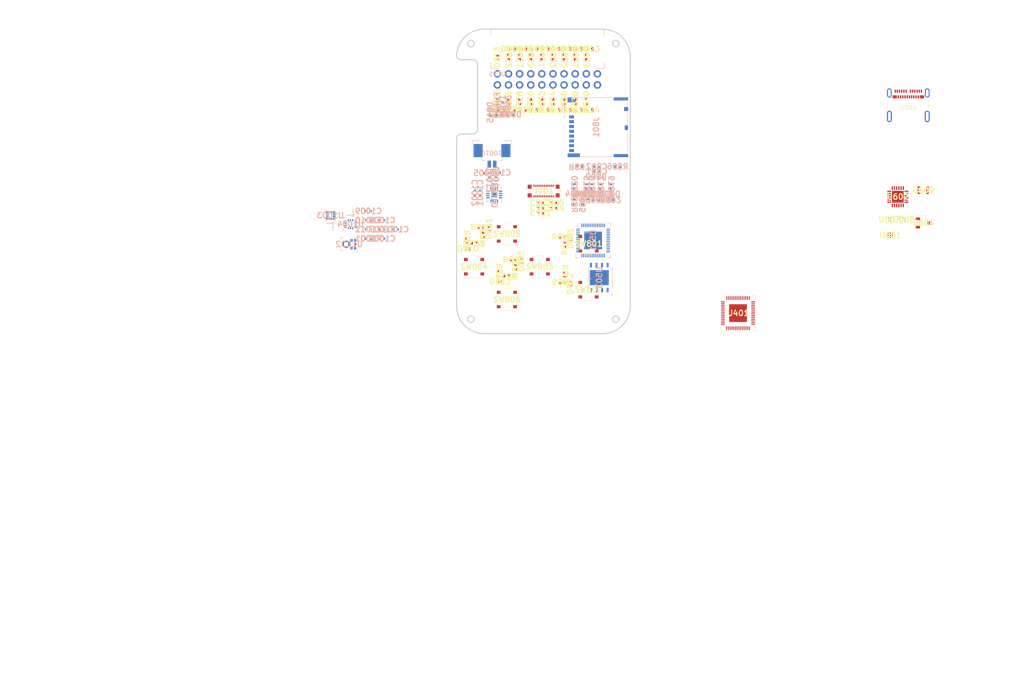
<source format=kicad_pcb>
(kicad_pcb (version 20240108) (generator "pcbnew") (generator_version "8.0")
  (title_block (title "${DOC_TYPE} Document") (date "2024-04-13") (rev "1.1") (company "${COMPANY}"))
  (layers (0 "F.Cu" signal "L1 (Sig)") (1 "In1.Cu" power "L2 (GND)") (2 "In2.Cu" power "L3 (GND, PWR)") (31 "B.Cu" signal "L4 (Sig, PWR)") (34 "B.Paste" user) (35 "F.Paste" user) (36 "B.SilkS" user "B.Silkscreen") (37 "F.SilkS" user "F.Silkscreen") (38 "B.Mask" user) (39 "F.Mask" user) (44 "Edge.Cuts" user))
  (property "BOARD_NAME" "Cyberman")
  (property "COMPANY" "kode.")
  (property "DESIGNER" "Manuel Quero")
  (property "DOC_TYPE" "Fabrication")
  (property "PROJECT_NAME" "kode dot")
  (property "RELEASE_DATE" "Release Date")
  (property "REVIEWER" "Reviewer Name")
  (property "REVISION" "Revision Number")
  (property "VARIANT" "Variant Name")
  (net 0 "")
  (net 1 "/Project Architecture/MCU - IOs/SD.MOSI")
  (net 2 "Net-(D801-Pad1)")
  (net 3 "Net-(D802-Pad1)")
  (net 4 "Net-(D803-Pad1)")
  (net 5 "/Project Architecture/MCU - IOs/BUTTON.SELECT")
  (net 6 "/Project Architecture/MCU - IOs/SD.CD")
  (net 7 "Net-(D810-Pad1)")
  (net 8 "/Project Architecture/MCU - IOs/SD.CLK")
  (net 9 "Net-(D811-Pad1)")
  (net 10 "Net-(D812-Pad1)")
  (net 11 "/Project Architecture/MCU - IOs/SPIQ")
  (net 12 "Net-(J801-CLK)")
  (net 13 "Net-(J801-DAT0)")
  (net 14 "Net-(J801-SW_DTCT)")
  (net 15 "Net-(J801-DAT2)")
  (net 16 "Net-(J801-CMD)")
  (net 17 "Net-(J801-CD{slash}DAT3)")
  (net 18 "/Project Architecture/MCU - IOs/SPID")
  (net 19 "Net-(J801-DAT1)")
  (net 23 "/Project Architecture/Display/DSP.TP_INT")
  (net 24 "+3V3")
  (net 25 "/Project Architecture/MCU - IOs/SD.MISO")
  (net 26 "/Project Architecture/Display/DSP.RST")
  (net 27 "/Project Architecture/MCU - IOs/SPIHD")
  (net 28 "/Project Architecture/Display/BOARD_I2C.SDA")
  (net 30 "/Project Architecture/Display/QSPI.IO2")
  (net 31 "/Project Architecture/Display/QSPI.IO3")
  (net 32 "VDD_SPI")
  (net 33 "/Project Architecture/Display/QSPI.IO0")
  (net 34 "/Project Architecture/MCU - IOs/SPICLK")
  (net 35 "/Project Architecture/Display/BOARD_I2C.SCL")
  (net 36 "/Project Architecture/Display/DSP.CS")
  (net 38 "/Project Architecture/Display/QSPI.IO1")
  (net 40 "/Project Architecture/MCU - IOs/SD.CS")
  (net 41 "/Project Architecture/MCU - IOs/SPICS0")
  (net 42 "/Project Architecture/Display/QSPI.CLK")
  (net 43 "/Project Architecture/MCU - IOs/BUTTON.RIGHT")
  (net 44 "/Project Architecture/MCU - IOs/BUTTON.LEFT")
  (net 45 "GND")
  (net 46 "/Project Architecture/MCU - IOs/BUTTON.BACK")
  (net 47 "/Project Architecture/MCU - IOs/SPIWP")
  (net 48 "+BATT")
  (net 49 "/Project Architecture/MCU - IOs/BUTTON.TOP")
  (net 50 "/Project Architecture/MCU - IOs/BUTTON.BOTTOM")
  (net 51 "/Project Architecture/Sensors and Audio/I2S.SD")
  (net 52 "/Project Architecture/Power/BUTTON_BACK")
  (net 53 "SYS")
  (net 54 "Net-(C407-Pad1)")
  (net 55 "VBUS")
  (net 56 "/Project Architecture/Power/I2C_AUX.SCL")
  (net 57 "Net-(C505-Pad1)")
  (net 58 "/Project Architecture/Power/I2C_AUX.SDA")
  (net 59 "Net-(U504-CC1)")
  (net 63 "/Project Architecture/Power/I2C_BOARD.SCL")
  (net 64 "/Project Architecture/Power/I2C_BOARD.SDA")
  (net 66 "Net-(U504-CC2)")
  (net 67 "LDO_3V3")
  (net 68 "GNDPWR_EXT")
  (net 70 "/Project Architecture/Power/PERIPH_PWR")
  (net 71 "EXT_3V3")
  (net 73 "VUSB_5V")
  (net 76 "Net-(C504-Pad1)")
  (net 79 "Net-(U601-GPOUT)")
  (net 80 "Net-(U601-BIN)")
  (net 81 "Net-(U601-VDD)")
  (net 82 "Net-(U601-SRN)")
  (net 83 "Net-(C606-Pad2)")
  (net 84 "Net-(U602-ILIM)")
  (net 86 "Net-(U602-~{PG})")
  (net 88 "Net-(U602-OTG)")
  (net 89 "Net-(U602-INT)")
  (net 90 "Net-(U602-TS)")
  (net 91 "Net-(U602-REGN)")
  (net 92 "Net-(U602-BTST)")
  (net 93 "Net-(U602-STAT)")
  (net 95 "Net-(U607-SW)")
  (net 96 "Net-(U608-SW)")
  (net 97 "Net-(R612-Pad1)")
  (net 98 "Net-(R613-Pad2)")
  (net 99 "Net-(J1001-Pin_2)")
  (net 100 "Net-(J1001-Pin_1)")
  (net 101 "Net-(U1003-C1)")
  (net 102 "Net-(U1001-OUTP)")
  (net 103 "Net-(U1001-OUTN)")
  (net 114 "/Project Architecture/Sensors and Audio/I2S.SCK")
  (net 115 "/Project Architecture/Sensors and Audio/SPK.SD")
  (net 116 "/Project Architecture/Sensors and Audio/I2S.WS")
  (net 117 "/Project Architecture/Sensors and Audio/I2C_BOARD.SCL")
  (net 118 "/Project Architecture/Sensors and Audio/I2C_BOARD.SDA")
  (net 119 "/Project Architecture/Sensors and Audio/MAG.INT")
  (net 120 "/Project Architecture/Sensors and Audio/IMU.INT1")
  (net 121 "/Project Architecture/Sensors and Audio/IMU.INT2")
  (net 122 "/Project Architecture/Peripherals/BOARD_I2C.SCL")
  (net 123 "/Project Architecture/Peripherals/BOARD_I2C.SDA")
  (net 124 "Net-(R825-Pad2)")
  (net 125 "Net-(R826-Pad2)")
  (net 126 "Net-(R827-Pad2)")
  (net 127 "Net-(R828-Pad2)")
  (net 128 "Net-(R829-Pad2)")
  (net 129 "Net-(R830-Pad2)")
  (net 130 "Net-(R831-Pad2)")
  (net 131 "Net-(R832-Pad2)")
  (net 132 "Net-(R833-Pad2)")
  (net 133 "Net-(R834-Pad2)")
  (net 134 "Net-(R835-Pad2)")
  (net 135 "Net-(R836-Pad2)")
  (net 136 "Net-(R837-Pad2)")
  (net 137 "Net-(R838-Pad2)")
  (net 138 "Net-(R839-Pad2)")
  (net 139 "Net-(R840-Pad2)")
  (net 140 "Net-(J802-Pin_2)")
  (net 141 "Net-(J802-Pin_3)")
  (net 142 "/Project Architecture/MCU - IOs/BOARD_I2C.SCL")
  (net 143 "/Project Architecture/MCU - IOs/GPIO6")
  (net 144 "/Project Architecture/MCU - IOs/GPIO2")
  (net 145 "Net-(U501B-XTAL_N)")
  (net 146 "/Project Architecture/MCU - IOs/DSP.RST")
  (net 148 "/Project Architecture/MCU - IOs/GPIO39")
  (net 149 "/Project Architecture/MCU - IOs/GPIO40")
  (net 150 "/Project Architecture/MCU - IOs/GPIO41")
  (net 152 "/Project Architecture/MCU - IOs/GPIO5")
  (net 154 "/Project Architecture/MCU - IOs/GPIO42")
  (net 155 "/Project Architecture/MCU - IOs/QSPI.IO1")
  (net 156 "/Project Architecture/MCU - IOs/DSP.CS")
  (net 158 "/Project Architecture/MCU - IOs/GPIO4")
  (net 160 "/Project Architecture/MCU - IOs/QSPI.CLK")
  (net 161 "/Project Architecture/MCU - IOs/GPIO0")
  (net 162 "/Project Architecture/MCU - IOs/USB_D+")
  (net 163 "/Project Architecture/MCU - IOs/USB_D-")
  (net 164 "Net-(U501B-CHIP_PU)")
  (net 165 "Net-(U501B-XTAL_P)")
  (net 166 "/Project Architecture/MCU - IOs/I2S.SCK")
  (net 167 "Net-(U501B-U0TXD)")
  (net 168 "/Project Architecture/MCU - IOs/QSPI.IO0")
  (net 169 "/Project Architecture/MCU - IOs/I2S.WS")
  (net 170 "/Project Architecture/MCU - IOs/I2S.SD")
  (net 171 "/Project Architecture/MCU - IOs/BOARD_I2C.SDA")
  (net 172 "/Project Architecture/MCU - IOs/GPIO1")
  (net 173 "/Project Architecture/MCU - IOs/QSPI.IO3")
  (net 174 "/Project Architecture/MCU - IOs/GPIO3")
  (net 176 "/Project Architecture/MCU - IOs/QSPI.IO2")
  (net 177 "/Project Architecture/MCU - IOs/U0RXD")
  (net 178 "Net-(FU801-Pad2)")
  (net 179 "Net-(J802-Pin_1)")
  (net 180 "/Project Architecture/Peripherals/1")
  (net 181 "/Project Architecture/Peripherals/2")
  (net 182 "/Project Architecture/Peripherals/3")
  (net 183 "/Project Architecture/Peripherals/4")
  (net 184 "/Project Architecture/Peripherals/5")
  (net 185 "/Project Architecture/Peripherals/6")
  (net 186 "/Project Architecture/Peripherals/7")
  (net 187 "/Project Architecture/Peripherals/8")
  (net 188 "/Project Architecture/Peripherals/16")
  (net 189 "/Project Architecture/Peripherals/15")
  (net 190 "/Project Architecture/Peripherals/14")
  (net 191 "/Project Architecture/Peripherals/13")
  (net 192 "/Project Architecture/Peripherals/12")
  (net 193 "/Project Architecture/Peripherals/11")
  (net 194 "/Project Architecture/Peripherals/10")
  (net 195 "/Project Architecture/Peripherals/9")
  (footprint "0_diode_smd:LESD5D5.0CT1G" (layer "F.Cu") (at 141.725 39.195)
    (property "Reference" "D820" (at 0 0 0) (layer "F.SilkS") (effects (font (size 1.27 1.27) (thickness 0.254) (bold yes))))
    (property "Value" "LESD5D5.0CT1G")
    (pad "1" smd roundrect (at -0.7 0 180) (size 0.6 0.7) (layers "F.Cu" "F.Paste" "F.Mask") (net 184 "/Project Architecture/Peripherals/5"))
    (pad "2" smd roundrect (at 0.7 0 180) (size 0.6 0.7) (layers "F.Cu" "F.Paste" "F.Mask") (net 45 "GND"))
  )
  (footprint "0_resistor_smd:R_0402" (layer "F.Cu") (at 128.7 90.6 -90)
    (property "Reference" "R813" (at 0 0 -90) (layer "F.SilkS") (effects (font (size 1.27 1.27) (thickness 0.254) (bold yes))))
    (property "Value" "RC0402FR-0710KL")
    (pad "1" smd rect (at -0.5 0 270) (size 0.5 0.6) (layers "F.Cu" "F.Paste" "F.Mask") (net 24 "+3V3"))
    (pad "2" smd rect (at 0.5 0 270) (size 0.5 0.6) (layers "F.Cu" "F.Paste" "F.Mask") (net 10 "Net-(D812-Pad1)"))
  )
  (footprint "0_diode_smd:LESD5D5.0CT1G" (layer "F.Cu") (at 131.565 39.195)
    (property "Reference" "D816" (at 0 0 0) (layer "F.SilkS") (effects (font (size 1.27 1.27) (thickness 0.254) (bold yes))))
    (property "Value" "LESD5D5.0CT1G")
    (pad "1" smd roundrect (at -0.7 0 180) (size 0.6 0.7) (layers "F.Cu" "F.Paste" "F.Mask") (net 180 "/Project Architecture/Peripherals/1"))
    (pad "2" smd roundrect (at 0.7 0 180) (size 0.6 0.7) (layers "F.Cu" "F.Paste" "F.Mask") (net 45 "GND"))
  )
  (footprint "0_resistor_smd:R_0402" (layer "F.Cu") (at 138.485 51.26 90)
    (property "Reference" "R832" (at 0 0 90) (layer "F.SilkS") (effects (font (size 1.27 1.27) (thickness 0.254) (bold yes))))
    (property "Value" "RC0402FR-0751RL")
    (pad "1" smd rect (at -0.5 0 90) (size 0.5 0.6) (layers "F.Cu" "F.Paste" "F.Mask") (net 192 "/Project Architecture/Peripherals/12"))
    (pad "2" smd rect (at 0.5 0 90) (size 0.5 0.6) (layers "F.Cu" "F.Paste" "F.Mask") (net 131 "Net-(R832-Pad2)"))
  )
  (footprint "0_diode_smd:LESD5D5.0CT1G" (layer "F.Cu") (at 146.805 53.165)
    (property "Reference" "D825" (at 0 0 0) (layer "F.SilkS") (effects (font (size 1.27 1.27) (thickness 0.254) (bold yes))))
    (property "Value" "LESD5D5.0CT1G")
    (pad "1" smd roundrect (at -0.7 0 180) (size 0.6 0.7) (layers "F.Cu" "F.Paste" "F.Mask") (net 189 "/Project Architecture/Peripherals/15"))
    (pad "2" smd roundrect (at 0.7 0 180) (size 0.6 0.7) (layers "F.Cu" "F.Paste" "F.Mask") (net 45 "GND"))
  )
  (footprint "0_resistor_smd:R_0402" (layer "F.Cu") (at 135.945 51.26 90)
    (property "Reference" "R830" (at 0 0 90) (layer "F.SilkS") (effects (font (size 1.27 1.27) (thickness 0.254) (bold yes))))
    (property "Value" "RC0402FR-0751RL")
    (pad "1" smd rect (at -0.5 0 90) (size 0.5 0.6) (layers "F.Cu" "F.Paste" "F.Mask") (net 193 "/Project Architecture/Peripherals/11"))
    (pad "2" smd rect (at 0.5 0 90) (size 0.5 0.6) (layers "F.Cu" "F.Paste" "F.Mask") (net 129 "Net-(R830-Pad2)"))
  )
  (footprint "0_resistor_smd:R_0402" (layer "F.Cu") (at 133.405 51.26 90)
    (property "Reference" "R828" (at 0 0 90) (layer "F.SilkS") (effects (font (size 1.27 1.27) (thickness 0.254) (bold yes))))
    (property "Value" "RC0402FR-0751RL")
    (pad "1" smd rect (at -0.5 0 90) (size 0.5 0.6) (layers "F.Cu" "F.Paste" "F.Mask") (net 194 "/Project Architecture/Peripherals/10"))
    (pad "2" smd rect (at 0.5 0 90) (size 0.5 0.6) (layers "F.Cu" "F.Paste" "F.Mask") (net 127 "Net-(R828-Pad2)"))
  )
  (footprint "0_resistor_smd:R_0402" (layer "F.Cu") (at 138.485 41.1 -90)
    (property "Reference" "R831" (at 0 0 -90) (layer "F.SilkS") (effects (font (size 1.27 1.27) (thickness 0.254) (bold yes))))
    (property "Value" "RC0402FR-0751RL")
    (pad "1" smd rect (at -0.5 0 270) (size 0.5 0.6) (layers "F.Cu" "F.Paste" "F.Mask") (net 183 "/Project Architecture/Peripherals/4"))
    (pad "2" smd rect (at 0.5 0 270) (size 0.5 0.6) (layers "F.Cu" "F.Paste" "F.Mask") (net 130 "Net-(R831-Pad2)"))
  )
  (footprint "0_resistor_smd:R_0402" (layer "F.Cu") (at 130.4 91.1 180)
    (property "Reference" "R824" (at 0 0 180) (layer "F.SilkS") (effects (font (size 1.27 1.27) (thickness 0.254) (bold yes))))
    (property "Value" "RC0402FR-07330RL")
    (pad "1" smd rect (at -0.5 0 180) (size 0.5 0.6) (layers "F.Cu" "F.Paste" "F.Mask") (net 50 "/Project Architecture/MCU - IOs/BUTTON.BOTTOM"))
    (pad "2" smd rect (at 0.5 0 180) (size 0.5 0.6) (layers "F.Cu" "F.Paste" "F.Mask") (net 10 "Net-(D812-Pad1)"))
  )
  (footprint "0_capacitor_smd:C_0402" (layer "F.Cu") (at 141.2 75.6)
    (property "Reference" "C904" (at 0 0 0) (layer "F.SilkS") (effects (font (size 1.27 1.27) (thickness 0.254))))
    (property "Value" "CC0402MRX5R6BB106" (hide yes))
    (pad "1" smd rect (at -0.5 0) (size 0.5 0.5) (layers "F.Cu" "F.Paste" "F.Mask") (net 71 "EXT_3V3"))
    (pad "2" smd rect (at 0.5 0) (size 0.5 0.5) (layers "F.Cu" "F.Paste" "F.Mask") (net 45 "GND"))
  )
  (footprint "0_diode_smd:LESD8D3.3CAT5G" (layer "F.Cu") (at 133.8 87.7 -90)
    (property "Reference" "D803" (at 0 0 -90) (layer "F.SilkS") (effects (font (size 1.27 1.27) (thickness 0.254) (bold yes))))
    (property "Value" "LESD8D3.3CAT5G")
    (pad "1" smd rect (at -0.35 0 270) (size 0.4 0.7) (layers "F.Cu" "F.Mask") (net 4 "Net-(D803-Pad1)"))
    (pad "2" smd rect (at 0.35 0 270) (size 0.4 0.7) (layers "F.Cu" "F.Mask") (net 45 "GND"))
  )
  (footprint "0_resistor_smd:R_0402" (layer "F.Cu") (at 146.105 41.1 -90)
    (property "Reference" "R837" (at 0 0 -90) (layer "F.SilkS") (effects (font (size 1.27 1.27) (thickness 0.254) (bold yes))))
    (property "Value" "RC0402FR-0751RL")
    (pad "1" smd rect (at -0.5 0 270) (size 0.5 0.6) (layers "F.Cu" "F.Paste" "F.Mask") (net 186 "/Project Architecture/Peripherals/7"))
    (pad "2" smd rect (at 0.5 0 270) (size 0.5 0.6) (layers "F.Cu" "F.Paste" "F.Mask") (net 136 "Net-(R837-Pad2)"))
  )
  (footprint "0_diode_smd:LESD5D5.0CT1G" (layer "F.Cu") (at 139.185 53.165)
    (property "Reference" "D828" (at 0 0 0) (layer "F.SilkS") (effects (font (size 1.27 1.27) (thickness 0.254) (bold yes))))
    (property "Value" "LESD5D5.0CT1G")
    (pad "1" smd roundrect (at -0.7 0 180) (size 0.6 0.7) (layers "F.Cu" "F.Paste" "F.Mask") (net 192 "/Project Architecture/Peripherals/12"))
    (pad "2" smd roundrect (at 0.7 0 180) (size 0.6 0.7) (layers "F.Cu" "F.Paste" "F.Mask") (net 45 "GND"))
  )
  (footprint "0_capacitor_smd:C_0402" (layer "F.Cu") (at 138.2 75.6)
    (property "Reference" "C903" (at 0 0 0) (layer "F.SilkS") (effects (font (size 1.27 1.27) (thickness 0.254))))
    (property "Value" "CC0402KRX7R8BB104" (hide yes))
    (pad "1" smd rect (at -0.5 0) (size 0.5 0.5) (layers "F.Cu" "F.Paste" "F.Mask") (net 71 "EXT_3V3"))
    (pad "2" smd rect (at 0.5 0) (size 0.5 0.5) (layers "F.Cu" "F.Paste" "F.Mask") (net 45 "GND"))
  )
  (footprint "0_resistor_smd:R_0402" (layer "F.Cu") (at 135.945 41.1 -90)
    (property "Reference" "R829" (at 0 0 -90) (layer "F.SilkS") (effects (font (size 1.27 1.27) (thickness 0.254) (bold yes))))
    (property "Value" "RC0402FR-0751RL")
    (pad "1" smd rect (at -0.5 0 270) (size 0.5 0.6) (layers "F.Cu" "F.Paste" "F.Mask") (net 182 "/Project Architecture/Peripherals/3"))
    (pad "2" smd rect (at 0.5 0 270) (size 0.5 0.6) (layers "F.Cu" "F.Paste" "F.Mask") (net 128 "Net-(R829-Pad2)"))
  )
  (footprint "0_mcu_espressif:ESP32-S3R16V" (layer "F.Cu") (at 183.3 99.61)
    (property "Reference" "U401" (at 0 0 0) (layer "F.SilkS") (effects (font (size 1.27 1.27) (thickness 0.254))))
    (property "Value" "ESP32-S3R16V" (hide yes))
    (pad "1" smd rect (at -3.45 -2.6 90) (size 0.2 0.85) (layers "F.Cu" "F.Paste" "F.Mask"))
    (pad "2" smd rect (at -3.45 -2.2 90) (size 0.2 0.85) (layers "F.Cu" "F.Paste" "F.Mask") (net 54 "Net-(C407-Pad1)"))
    (pad "3" smd rect (at -3.45 -1.8 90) (size 0.2 0.85) (layers "F.Cu" "F.Paste" "F.Mask") (net 54 "Net-(C407-Pad1)"))
    (pad "4" smd rect (at -3.45 -1.4 90) (size 0.2 0.85) (layers "F.Cu" "F.Paste" "F.Mask"))
    (pad "5" smd rect (at -3.45 -1 90) (size 0.2 0.85) (layers "F.Cu" "F.Paste" "F.Mask"))
    (pad "6" smd rect (at -3.45 -0.6 90) (size 0.2 0.85) (layers "F.Cu" "F.Paste" "F.Mask"))
    (pad "7" smd rect (at -3.45 -0.2 90) (size 0.2 0.85) (layers "F.Cu" "F.Paste" "F.Mask"))
    (pad "8" smd rect (at -3.45 0.2 90) (size 0.2 0.85) (layers "F.Cu" "F.Paste" "F.Mask"))
    (pad "9" smd rect (at -3.45 0.6 90) (size 0.2 0.85) (layers "F.Cu" "F.Paste" "F.Mask"))
    (pad "10" smd rect (at -3.45 1 90) (size 0.2 0.85) (layers "F.Cu" "F.Paste" "F.Mask"))
    (pad "11" smd rect (at -3.45 1.4 90) (size 0.2 0.85) (layers "F.Cu" "F.Paste" "F.Mask"))
    (pad "12" smd rect (at -3.45 1.8 90) (size 0.2 0.85) (layers "F.Cu" "F.Paste" "F.Mask"))
    (pad "13" smd rect (at -3.45 2.2 90) (size 0.2 0.85) (layers "F.Cu" "F.Paste" "F.Mask"))
    (pad "14" smd rect (at -3.45 2.6 90) (size 0.2 0.85) (layers "F.Cu" "F.Paste" "F.Mask"))
    (pad "15" smd rect (at -2.6 3.45) (size 0.2 0.85) (layers "F.Cu" "F.Paste" "F.Mask"))
    (pad "16" smd rect (at -2.2 3.45) (size 0.2 0.85) (layers "F.Cu" "F.Paste" "F.Mask"))
    (pad "17" smd rect (at -1.8 3.45) (size 0.2 0.85) (layers "F.Cu" "F.Paste" "F.Mask"))
    (pad "18" smd rect (at -1.4 3.45) (size 0.2 0.85) (layers "F.Cu" "F.Paste" "F.Mask"))
    (pad "19" smd rect (at -1 3.45) (size 0.2 0.85) (layers "F.Cu" "F.Paste" "F.Mask"))
    (pad "20" smd rect (at -0.6 3.45) (size 0.2 0.85) (layers "F.Cu" "F.Paste" "F.Mask") (net 48 "+BATT"))
    (pad "21" smd rect (at -0.2 3.45) (size 0.2 0.85) (layers "F.Cu" "F.Paste" "F.Mask"))
    (pad "22" smd rect (at 0.2 3.45) (size 0.2 0.85) (layers "F.Cu" "F.Paste" "F.Mask"))
    (pad "23" smd rect (at 0.6 3.45) (size 0.2 0.85) (layers "F.Cu" "F.Paste" "F.Mask"))
    (pad "24" smd rect (at 1 3.45) (size 0.2 0.85) (layers "F.Cu" "F.Paste" "F.Mask"))
    (pad "25" smd rect (at 1.4 3.45) (size 0.2 0.85) (layers "F.Cu" "F.Paste" "F.Mask"))
    (pad "26" smd rect (at 1.8 3.45) (size 0.2 0.85) (layers "F.Cu" "F.Paste" "F.Mask"))
    (pad "27" smd rect (at 2.2 3.45) (size 0.2 0.85) (layers "F.Cu" "F.Paste" "F.Mask"))
    (pad "28" smd rect (at 2.6 3.45) (size 0.2 0.85) (layers "F.Cu" "F.Paste" "F.Mask"))
    (pad "29" smd rect (at 3.45 2.6 90) (size 0.2 0.85) (layers "F.Cu" "F.Paste" "F.Mask") (net 32 "VDD_SPI"))
    (pad "30" smd rect (at 3.45 2.2 90) (size 0.2 0.85) (layers "F.Cu" "F.Paste" "F.Mask"))
    (pad "31" smd rect (at 3.45 1.8 90) (size 0.2 0.85) (layers "F.Cu" "F.Paste" "F.Mask"))
    (pad "32" smd rect (at 3.45 1.4 90) (size 0.2 0.85) (layers "F.Cu" "F.Paste" "F.Mask"))
    (pad "33" smd rect (at 3.45 1 90) (size 0.2 0.85) (layers "F.Cu" "F.Paste" "F.Mask"))
    (pad "34" smd rect (at 3.45 0.6 90) (size 0.2 0.85) (layers "F.Cu" "F.Paste" "F.Mask"))
    (pad "35" smd rect (at 3.45 0.2 90) (size 0.2 0.85) (layers "F.Cu" "F.Paste" "F.Mask"))
    (pad "36" smd rect (at 3.45 -0.2 90) (size 0.2 0.85) (layers "F.Cu" "F.Paste" "F.Mask"))
    (pad "37" smd rect (at 3.45 -0.6 90) (size 0.2 0.85) (layers "F.Cu" "F.Paste" "F.Mask"))
    (pad "38" smd rect (at 3.45 -1 90) (size 0.2 0.85) (layers "F.Cu" "F.Paste" "F.Mask"))
    (pad "39" smd rect (at 3.45 -1.4 90) (size 0.2 0.85) (layers "F.Cu" "F.Paste" "F.Mask"))
    (pad "40" smd rect (at 3.45 -1.8 90) (size 0.2 0.85) (layers "F.Cu" "F.Paste" "F.Mask"))
    (pad "41" smd rect (at 3.45 -2.2 90) (size 0.2 0.85) (layers "F.Cu" "F.Paste" "F.Mask"))
    (pad "42" smd rect (at 3.45 -2.6 90) (size 0.2 0.85) (layers "F.Cu" "F.Paste" "F.Mask"))
    (pad "43" smd rect (at 2.6 -3.45) (size 0.2 0.85) (layers "F.Cu" "F.Paste" "F.Mask"))
    (pad "44" smd rect (at 2.2 -3.45) (size 0.2 0.85) (layers "F.Cu" "F.Paste" "F.Mask"))
    (pad "45" smd rect (at 1.8 -3.45) (size 0.2 0.85) (layers "F.Cu" "F.Paste" "F.Mask"))
    (pad "46" smd rect (at 1.4 -3.45) (size 0.2 0.85) (layers "F.Cu" "F.Paste" "F.Mask") (net 24 "+3V3"))
    (pad "47" smd rect (at 1 -3.45) (size 0.2 0.85) (layers "F.Cu" "F.Paste" "F.Mask"))
    (pad "48" smd rect (at 0.6 -3.45) (size 0.2 0.85) (layers "F.Cu" "F.Paste" "F.Mask"))
    (pad "49" smd rect (at 0.2 -3.45) (size 0.2 0.85) (layers "F.Cu" "F.Paste" "F.Mask"))
    (pad "50" smd rect (at -0.2 -3.45) (size 0.2 0.85) (layers "F.Cu" "F.Paste" "F.Mask"))
    (pad "51" smd rect (at -0.6 -3.45) (size 0.2 0.85) (layers "F.Cu" "F.Paste" "F.Mask"))
    (pad "52" smd rect (at -1 -3.45) (size 0.2 0.85) (layers "F.Cu" "F.Paste" "F.Mask"))
    (pad "53" smd rect (at -1.4 -3.45) (size 0.2 0.85) (layers "F.Cu" "F.Paste" "F.Mask") (net 24 "+3V3"))
    (pad "54" smd rect (at -1.8 -3.45) (size 0.2 0.85) (layers "F.Cu" "F.Paste" "F.Mask"))
    (pad "55" smd rect (at -2.2 -3.45) (size 0.2 0.85) (layers "F.Cu" "F.Paste" "F.Mask"))
    (pad "56" smd rect (at -2.6 -3.45) (size 0.2 0.85) (layers "F.Cu" "F.Paste" "F.Mask") (net 24 "+3V3"))
    (pad "57" smd rect (at 0 0) (size 4.05 4.05) (layers "F.Cu" "F.Paste" "F.Mask") (net 45 "GND"))
  )
  (footprint "0_switch:SKRMAAE010" (layer "F.Cu") (at 149.14 83.75)
    (property "Reference" "SW801" (at 0 0 0) (layer "F.SilkS") (effects (font (size 1.27 1.27) (thickness 0.254))))
    (property "Value" "SKRMAAE010" (hide yes))
    (pad "1" smd rect (at -1.875 -1.65 90) (size 0.7 0.85) (layers "F.Cu" "F.Paste" "F.Mask") (net 2 "Net-(D801-Pad1)"))
    (pad "2" smd rect (at -1.875 1.65 90) (size 0.7 0.85) (layers "F.Cu" "F.Paste" "F.Mask") (net 45 "GND"))
    (pad "3" smd rect (at 1.875 -1.65 90) (size 0.7 0.85) (layers "F.Cu" "F.Paste" "F.Mask"))
    (pad "4" smd rect (at 1.875 1.65 90) (size 0.7 0.85) (layers "F.Cu" "F.Paste" "F.Mask"))
  )
  (footprint "0_capacitor_smd:C_0402" (layer "F.Cu") (at 138.2 76.8)
    (property "Reference" "C901" (at 0 0 0) (layer "F.SilkS") (effects (font (size 1.27 1.27) (thickness 0.254))))
    (property "Value" "CC0402MRX5R6BB106" (hide yes))
    (pad "1" smd rect (at -0.5 0) (size 0.5 0.5) (layers "F.Cu" "F.Paste" "F.Mask") (net 71 "EXT_3V3"))
    (pad "2" smd rect (at 0.5 0) (size 0.5 0.5) (layers "F.Cu" "F.Paste" "F.Mask") (net 45 "GND"))
  )
  (footprint "0_resistor_smd:R_0402" (layer "F.Cu") (at 146.105 51.26 90)
    (property "Reference" "R838" (at 0 0 90) (layer "F.SilkS") (effects (font (size 1.27 1.27) (thickness 0.254) (bold yes))))
    (property "Value" "RC0402FR-0751RL")
    (pad "1" smd rect (at -0.5 0 90) (size 0.5 0.6) (layers "F.Cu" "F.Paste" "F.Mask") (net 189 "/Project Architecture/Peripherals/15"))
    (pad "2" smd rect (at 0.5 0 90) (size 0.5 0.6) (layers "F.Cu" "F.Paste" "F.Mask") (net 137 "Net-(R838-Pad2)"))
  )
  (footprint "0_resistor_smd:R_0402" (layer "F.Cu") (at 143.565 51.26 90)
    (property "Reference" "R836" (at 0 0 90) (layer "F.SilkS") (effects (font (size 1.27 1.27) (thickness 0.254) (bold yes))))
    (property "Value" "RC0402FR-0751RL")
    (pad "1" smd rect (at -0.5 0 90) (size 0.5 0.6) (layers "F.Cu" "F.Paste" "F.Mask") (net 190 "/Project Architecture/Peripherals/14"))
    (pad "2" smd rect (at 0.5 0 90) (size 0.5 0.6) (layers "F.Cu" "F.Paste" "F.Mask") (net 135 "Net-(R836-Pad2)"))
  )
  (footprint "0_diode_smd:LESD5D5.0CT1G" (layer "F.Cu") (at 144.265 53.165)
    (property "Reference" "D826" (at 0 0 0) (layer "F.SilkS") (effects (font (size 1.27 1.27) (thickness 0.254) (bold yes))))
    (property "Value" "LESD5D5.0CT1G")
    (pad "1" smd roundrect (at -0.7 0 180) (size 0.6 0.7) (layers "F.Cu" "F.Paste" "F.Mask") (net 190 "/Project Architecture/Peripherals/14"))
    (pad "2" smd roundrect (at 0.7 0 180) (size 0.6 0.7) (layers "F.Cu" "F.Paste" "F.Mask") (net 45 "GND"))
  )
  (footprint "0_diode_smd:LESD5D5.0CT1G" (layer "F.Cu") (at 136.645 53.165)
    (property "Reference" "D829" (at 0 0 0) (layer "F.SilkS") (effects (font (size 1.27 1.27) (thickness 0.254) (bold yes))))
    (property "Value" "LESD5D5.0CT1G")
    (pad "1" smd roundrect (at -0.7 0 180) (size 0.6 0.7) (layers "F.Cu" "F.Paste" "F.Mask") (net 193 "/Project Architecture/Peripherals/11"))
    (pad "2" smd roundrect (at 0.7 0 180) (size 0.6 0.7) (layers "F.Cu" "F.Paste" "F.Mask") (net 45 "GND"))
  )
  (footprint "0_resistor_smd:R_0402" (layer "F.Cu") (at 148.645 41.1 -90)
    (property "Reference" "R839" (at 0 0 -90) (layer "F.SilkS") (effects (font (size 1.27 1.27) (thickness 0.254) (bold yes))))
    (property "Value" "RC0402FR-0751RL")
    (pad "1" smd rect (at -0.5 0 270) (size 0.5 0.6) (layers "F.Cu" "F.Paste" "F.Mask") (net 187 "/Project Architecture/Peripherals/8"))
    (pad "2" smd rect (at 0.5 0 270) (size 0.5 0.6) (layers "F.Cu" "F.Paste" "F.Mask") (net 138 "Net-(R839-Pad2)"))
  )
  (footprint "0_diode_smd:LESD5D5.0CT1G" (layer "F.Cu") (at 139.185 39.195)
    (property "Reference" "D819" (at 0 0 0) (layer "F.SilkS") (effects (font (size 1.27 1.27) (thickness 0.254) (bold yes))))
    (property "Value" "LESD5D5.0CT1G")
    (pad "1" smd roundrect (at -0.7 0 180) (size 0.6 0.7) (layers "F.Cu" "F.Paste" "F.Mask") (net 183 "/Project Architecture/Peripherals/4"))
    (pad "2" smd roundrect (at 0.7 0 180) (size 0.6 0.7) (layers "F.Cu" "F.Paste" "F.Mask") (net 45 "GND"))
  )
  (footprint "0_resistor_smd:R_0402" (layer "F.Cu") (at 123 83.6 180)
    (property "Reference" "R822" (at 0 0 180) (layer "F.SilkS") (effects (font (size 1.27 1.27) (thickness 0.254) (bold yes))))
    (property "Value" "RC0402FR-07330RL")
    (pad "1" smd rect (at -0.5 0 180) (size 0.5 0.6) (layers "F.Cu" "F.Paste" "F.Mask") (net 44 "/Project Architecture/MCU - IOs/BUTTON.LEFT"))
    (pad "2" smd rect (at 0.5 0 180) (size 0.5 0.6) (layers "F.Cu" "F.Paste" "F.Mask") (net 7 "Net-(D810-Pad1)"))
  )
  (footprint "0_resistor_smd:R_0402" (layer "F.Cu") (at 148.645 51.26 90)
    (property "Reference" "R840" (at 0 0 90) (layer "F.SilkS") (effects (font (size 1.27 1.27) (thickness 0.254) (bold yes))))
    (property "Value" "RC0402FR-0751RL")
    (pad "1" smd rect (at -0.5 0 90) (size 0.5 0.6) (layers "F.Cu" "F.Paste" "F.Mask") (net 188 "/Project Architecture/Peripherals/16"))
    (pad "2" smd rect (at 0.5 0 90) (size 0.5 0.6) (layers "F.Cu" "F.Paste" "F.Mask") (net 139 "Net-(R840-Pad2)"))
  )
  (footprint "0_resistor_smd:R_0402" (layer "F.Cu") (at 130.865 51.26 90)
    (property "Reference" "R826" (at 0 0 90) (layer "F.SilkS") (effects (font (size 1.27 1.27) (thickness 0.254) (bold yes))))
    (property "Value" "RC0402FR-0751RL")
    (pad "1" smd rect (at -0.5 0 90) (size 0.5 0.6) (layers "F.Cu" "F.Paste" "F.Mask") (net 195 "/Project Architecture/Peripherals/9"))
    (pad "2" smd rect (at 0.5 0 90) (size 0.5 0.6) (layers "F.Cu" "F.Paste" "F.Mask") (net 125 "Net-(R826-Pad2)"))
  )
  (footprint "0_switch:SKRMAAE010" (layer "F.Cu") (at 123 89)
    (property "Reference" "SW804" (at 0 0 0) (layer "F.SilkS") (effects (font (size 1.27 1.27) (thickness 0.254))))
    (property "Value" "SKRMAAE010" (hide yes))
    (pad "1" smd rect (at -1.875 -1.65 90) (size 0.7 0.85) (layers "F.Cu" "F.Paste" "F.Mask") (net 7 "Net-(D810-Pad1)"))
    (pad "2" smd rect (at -1.875 1.65 90) (size 0.7 0.85) (layers "F.Cu" "F.Paste" "F.Mask") (net 45 "GND"))
    (pad "3" smd rect (at 1.875 -1.65 90) (size 0.7 0.85) (layers "F.Cu" "F.Paste" "F.Mask"))
    (pad "4" smd rect (at 1.875 1.65 90) (size 0.7 0.85) (layers "F.Cu" "F.Paste" "F.Mask"))
  )
  (footprint "0_connector_smd:1054500101" (layer "F.Cu") (at 222.2 52.64)
    (property "Reference" "U504" (at 0 0 0) (layer "F.SilkS"))
    (property "Value" "1054500101")
    (pad "A1" smd rect (at -3 -3.77) (size 0.298 0.7) (layers "F.Cu" "F.Paste") (net 45 "GND"))
    (pad "A2" smd rect (at -2.5 -3.77) (size 0.298 0.7) (layers "F.Cu" "F.Paste"))
    (pad "A3" smd rect (at -2 -3.77) (size 0.298 0.7) (layers "F.Cu" "F.Paste"))
    (pad "A4" smd rect (at -1.5 -3.77) (size 0.298 0.7) (layers "F.Cu" "F.Paste") (net 73 "VUSB_5V"))
    (pad "A5" smd rect (at -1 -3.77) (size 0.298 0.7) (layers "F.Cu" "F.Paste") (net 59 "Net-(U504-CC1)"))
    (pad "A6" smd rect (at -0.5 -3.77) (size 0.298 0.7) (layers "F.Cu" "F.Paste") (net 76 "Net-(C504-Pad1)"))
    (pad "A7" smd rect (at 0.5 -3.77) (size 0.298 0.7) (layers "F.Cu" "F.Paste") (net 57 "Net-(C505-Pad1)"))
    (pad "A8" smd rect (at 1 -3.77) (size 0.298 0.7) (layers "F.Cu" "F.Paste"))
    (pad "A9" smd rect (at 1.5 -3.77) (size 0.298 0.7) (layers "F.Cu" "F.Paste") (net 73 "VUSB_5V"))
    (pad "A10" smd rect (at 2 -3.77) (size 0.298 0.7) (layers "F.Cu" "F.Paste"))
    (pad "A11" smd rect (at 2.5 -3.77) (size 0.298 0.7) (layers "F.Cu" "F.Paste"))
    (pad "A12" smd rect (at 3 -3.77) (size 0.298 0.7) (layers "F.Cu" "F.Paste") (net 45 "GND"))
    (pad "B1" smd rect (at 3.1 -2.47) (size 0.998 0.7) (layers "F.Cu" "F.Paste") (net 45 "GND"))
    (pad "B2" smd rect (at 2.25 -2.47) (size 0.298 0.7) (layers "F.Cu" "F.Paste"))
    (pad "B3" smd rect (at 1.75 -2.47) (size 0.298 0.7) (layers "F.Cu" "F.Paste"))
    (pad "B4" smd rect (at 1.25 -2.47) (size 0.298 0.7) (layers "F.Cu" "F.Paste") (net 73 "VUSB_5V"))
    (pad "B5" smd rect (at 0.75 -2.47) (size 0.298 0.7) (layers "F.Cu" "F.Paste") (net 66 "Net-(U504-CC2)"))
    (pad "B6" smd rect (at 0.25 -2.47) (size 0.298 0.7) (layers "F.Cu" "F.Paste") (net 76 "Net-(C504-Pad1)"))
    (pad "B7" smd rect (at -0.25 -2.47) (size 0.298 0.7) (layers "F.Cu" "F.Paste") (net 57 "Net-(C505-Pad1)"))
    (pad "B8" smd rect (at -0.75 -2.47) (size 0.298 0.7) (layers "F.Cu" "F.Paste"))
    (pad "B9" smd rect (at -1.25 -2.47) (size 0.298 0.7) (layers "F.Cu" "F.Paste") (net 73 "VUSB_5V"))
    (pad "B10" smd rect (at -1.75 -2.47) (size 0.298 0.7) (layers "F.Cu" "F.Paste"))
    (pad "B11" smd rect (at -2.25 -2.47) (size 0.298 0.7) (layers "F.Cu" "F.Paste"))
    (pad "B12" smd rect (at -3.1 -2.47) (size 0.998 0.7) (layers "F.Cu" "F.Paste") (net 45 "GND"))
    (pad "SH1" thru_hole oval (at -4.32 -3.36) (size 1.036 2.1) (drill oval 0.6 1.6) (layers "*.Cu" "*.Mask"))
    (pad "SH2" thru_hole oval (at 4.32 -3.36) (size 1.036 2.1) (drill oval 0.6 1.6) (layers "*.Cu" "*.Mask"))
    (pad "SH3" thru_hole oval (at -4.32 2) (size 1.1 2.6) (drill oval 0.6 2.1) (layers "*.Cu" "*.Mask"))
    (pad "SH4" thru_hole oval (at 4.32 2) (size 1.1 2.6) (drill oval 0.6 2.1) (layers "*.Cu" "*.Mask"))
  )
  (footprint "0_resistor_smd:R_0402" (layer "F.Cu") (at 130.865 41.1 -90)
    (property "Reference" "R825" (at 0 0 -90) (layer "F.SilkS") (effects (font (size 1.27 1.27) (thickness 0.254) (bold yes))))
    (property "Value" "RC0402FR-0751RL")
    (pad "1" smd rect (at -0.5 0 270) (size 0.5 0.6) (layers "F.Cu" "F.Paste" "F.Mask") (net 180 "/Project Architecture/Peripherals/1"))
    (pad "2" smd rect (at 0.5 0 270) (size 0.5 0.6) (layers "F.Cu" "F.Paste" "F.Mask") (net 124 "Net-(R825-Pad2)"))
  )
  (footprint "0_resistor_smd:R_0402" (layer "F.Cu") (at 132.5 89.1 90)
    (property "Reference" "R821" (at 0 0 90) (layer "F.SilkS") (effects (font (size 1.27 1.27) (thickness 0.254) (bold yes))))
    (property "Value" "RC0402FR-07330RL")
    (pad "1" smd rect (at -0.5 0 90) (size 0.5 0.6) (layers "F.Cu" "F.Paste" "F.Mask") (net 43 "/Project Architecture/MCU - IOs/BUTTON.RIGHT"))
    (pad "2" smd rect (at 0.5 0 90) (size 0.5 0.6) (layers "F.Cu" "F.Paste" "F.Mask") (net 4 "Net-(D803-Pad1)"))
  )
  (footprint "0_resistor_smd:R_0402" (layer "F.Cu") (at 141.025 41.1 -90)
    (property "Reference" "R833" (at 0 0 -90) (layer "F.SilkS") (effects (font (size 1.27 1.27) (thickness 0.254) (bold yes))))
    (property "Value" "RC0402FR-0751RL")
    (pad "1" smd rect (at -0.5 0 270) (size 0.5 0.6) (layers "F.Cu" "F.Paste" "F.Mask") (net 184 "/Project Architecture/Peripherals/5"))
    (pad "2" smd rect (at 0.5 0 270) (size 0.5 0.6) (layers "F.Cu" "F.Paste" "F.Mask") (net 132 "Net-(R833-Pad2)"))
  )
  (footprint "0_converter_DCDC:LM3281YFQR" (layer "F.Cu") (at 221.2 78.21)
    (property "Reference" "U608" (at 0 0 0) (layer "F.SilkS") (effects (font (size 1.27 1.27) (thickness 0.254))))
    (property "Value" "LM3281YFQR" (hide yes))
    (pad "A1" smd circle (at -0.2 -0.4 90) (size 0.212 0.212) (layers "F.Cu" "F.Paste" "F.Mask") (net 24 "+3V3"))
    (pad "A2" smd circle (at 0.2 -0.4 90) (size 0.212 0.212) (layers "F.Cu" "F.Paste" "F.Mask") (net 53 "SYS"))
    (pad "B1" smd circle (at -0.2 0 90) (size 0.212 0.212) (layers "F.Cu" "F.Paste" "F.Mask") (net 53 "SYS"))
    (pad "B2" smd circle (at 0.2 0 90) (size 0.212 0.212) (layers "F.Cu" "F.Paste" "F.Mask") (net 96 "Net-(U608-SW)"))
    (pad "C1" smd circle (at -0.2 0.4 90) (size 0.212 0.212) (layers "F.Cu" "F.Paste" "F.Mask") (net 53 "SYS"))
    (pad "C2" smd circle (at 0.2 0.4 90) (size 0.212 0.212) (layers "F.Cu" "F.Paste" "F.Mask") (net 68 "GNDPWR_EXT"))
  )
  (footprint "0_diode_smd:LESD5D5.0CT1G" (layer "F.Cu") (at 149.345 53.165)
    (property "Reference" "D824" (at 0 0 0) (layer "F.SilkS") (effects (font (size 1.27 1.27) (thickness 0.254) (bold yes))))
    (property "Value" "LESD5D5.0CT1G")
    (pad "1" smd roundrect (at -0.7 0 180) (size 0.6 0.7) (layers "F.Cu" "F.Paste" "F.Mask") (net 188 "/Project Architecture/Peripherals/16"))
    (pad "2" smd roundrect (at 0.7 0 180) (size 0.6 0.7) (layers "F.Cu" "F.Paste" "F.Mask") (net 45 "GND"))
  )
  (footprint "0_diode_smd:LESD8D3.3CAT5G" (layer "F.Cu") (at 129 92.4)
    (property "Reference" "D812" (at 0 0 0) (layer "F.SilkS") (effects (font (size 1.27 1.27) (thickness 0.254) (bold yes))))
    (property "Value" "LESD8D3.3CAT5G")
    (pad "1" smd rect (at -0.35 0) (size 0.4 0.7) (layers "F.Cu" "F.Mask") (net 10 "Net-(D812-Pad1)"))
    (pad "2" smd rect (at 0.35 0) (size 0.4 0.7) (layers "F.Cu" "F.Mask") (net 45 "GND"))
  )
  (footprint "0_diode_smd:LESD5D5.0CT1G" (layer "F.Cu") (at 131.565 53.165)
    (property "Reference" "D831" (at 0 0 0) (layer "F.SilkS") (effects (font (size 1.27 1.27) (thickness 0.254) (bold yes))))
    (property "Value" "LESD5D5.0CT1G")
    (pad "1" smd roundrect (at -0.7 0 180) (size 0.6 0.7) (layers "F.Cu" "F.Paste" "F.Mask") (net 195 "/Project Architecture/Peripherals/9"))
    (pad "2" smd roundrect (at 0.7 0 180) (size 0.6 0.7) (layers "F.Cu" "F.Paste" "F.Mask") (net 45 "GND"))
  )
  (footprint "0_diode_smd:LESD8D3.3CAT5G" (layer "F.Cu") (at 145 92.9 -90)
    (property "Reference" "D802" (at 0 0 -90) (layer "F.SilkS") (effects (font (size 1.27 1.27) (thickness 0.254) (bold yes))))
    (property "Value" "LESD8D3.3CAT5G")
    (pad "1" smd rect (at -0.35 0 270) (size 0.4 0.7) (layers "F.Cu" "F.Mask") (net 3 "Net-(D802-Pad1)"))
    (pad "2" smd rect (at 0.35 0 270) (size 0.4 0.7) (layers "F.Cu" "F.Mask") (net 45 "GND"))
  )
  (footprint "0_diode_smd:LESD5D5.0CT1G" (layer "F.Cu") (at 136.645 39.195)
    (property "Reference" "D818" (at 0 0 360) (layer "F.SilkS") (effects (font (size 1.27 1.27) (thickness 0.254) (bold yes))))
    (property "Value" "LESD5D5.0CT1G")
    (pad "1" smd roundrect (at -0.7 0 180) (size 0.6 0.7) (layers "F.Cu" "F.Paste" "F.Mask") (net 182 "/Project Architecture/Peripherals/3"))
    (pad "2" smd roundrect (at 0.7 0 180) (size 0.6 0.7) (layers "F.Cu" "F.Paste" "F.Mask") (net 45 "GND"))
  )
  (footprint "0_diode_smd:LESD8D3.3CAT5G" (layer "F.Cu") (at 126.4 80.3 -90)
    (property "Reference" "D811" (at 0 0 -90) (layer "F.SilkS") (effects (font (size 1.27 1.27) (thickness 0.254) (bold yes))))
    (property "Value" "LESD8D3.3CAT5G")
    (pad "1" smd rect (at -0.35 0 270) (size 0.4 0.7) (layers "F.Cu" "F.Mask") (net 9 "Net-(D811-Pad1)"))
    (pad "2" smd rect (at 0.35 0 270) (size 0.4 0.7) (layers "F.Cu" "F.Mask") (net 45 "GND"))
  )
  (footprint "0_switch:SKRMAAE010" (layer "F.Cu") (at 130.5 96.5)
    (property "Reference" "SW806" (at 0 0 0) (layer "F.SilkS") (effects (font (size 1.27 1.27) (thickness 0.254))))
    (property "Value" "SKRMAAE010" (hide yes))
    (pad "1" smd rect (at -1.875 -1.65 90) (size 0.7 0.85) (layers "F.Cu" "F.Paste" "F.Mask") (net 10 "Net-(D812-Pad1)"))
    (pad "2" smd rect (at -1.875 1.65 90) (size 0.7 0.85) (layers "F.Cu" "F.Paste" "F.Mask") (net 45 "GND"))
    (pad "3" smd rect (at 1.875 -1.65 90) (size 0.7 0.85) (layers "F.Cu" "F.Paste" "F.Mask"))
    (pad "4" smd rect (at 1.875 1.65 90) (size 0.7 0.85) (layers "F.Cu" "F.Paste" "F.Mask"))
  )
  (footprint "0_resistor_smd:R_0402" (layer "F.Cu") (at 141.025 51.26 90)
    (property "Reference" "R834" (at 0 0 90) (layer "F.SilkS") (effects (font (size 1.27 1.27) (thickness 0.254) (bold yes))))
    (property "Value" "RC0402FR-0751RL")
    (pad "1" smd rect (at -0.5 0 90) (size 0.5 0.6) (layers "F.Cu" "F.Paste" "F.Mask") (net 191 "/Project Architecture/Peripherals/13"))
    (pad "2" smd rect (at 0.5 0 90) (size 0.5 0.6) (layers "F.Cu" "F.Paste" "F.Mask") (net 133 "Net-(R834-Pad2)"))
  )
  (footprint "0_resistor_smd:R_0402" (layer "F.Cu") (at 124.6 80)
    (property "Reference" "R812" (at 0 0 0) (layer "F.SilkS") (effects (font (size 1.27 1.27) (thickness 0.254) (bold yes))))
    (property "Value" "RC0402FR-0710KL")
    (pad "1" smd rect (at -0.5 0) (size 0.5 0.6) (layers "F.Cu" "F.Paste" "F.Mask") (net 24 "+3V3"))
    (pad "2" smd rect (at 0.5 0) (size 0.5 0.6) (layers "F.Cu" "F.Paste" "F.Mask") (net 9 "Net-(D811-Pad1)"))
  )
  (footprint "0_diode_smd:LESD5D5.0CT1G" (layer "F.Cu") (at 129.025 53.165)
    (property "Reference" "D814" (at 0 0 0) (layer "F.SilkS") (effects (font (size 1.27 1.27) (thickness 0.254) (bold yes))))
    (property "Value" "LESD5D5.0CT1G")
    (pad "1" smd roundrect (at -0.7 0 180) (size 0.6 0.7) (layers "F.Cu" "F.Paste" "F.Mask") (net 55 "VBUS"))
    (pad "2" smd roundrect (at 0.7 0 180) (size 0.6 0.7) (layers "F.Cu" "F.Paste" "F.Mask") (net 45 "GND"))
  )
  (footprint "0_capacitor_smd:C_0402" (layer "F.Cu") (at 141.2 74.4)
    (property "Reference" "C905" (at 0 0 0) (layer "F.SilkS") (effects (font (size 1.27 1.27) (thickness 0.254))))
    (property "Value" "CC0402KRX7R8BB104" (hide yes))
    (pad "1" smd rect (at -0.5 0) (size 0.5 0.5) (layers "F.Cu" "F.Paste" "F.Mask") (net 71 "EXT_3V3"))
    (pad "2" smd rect (at 0.5 0) (size 0.5 0.5) (layers "F.Cu" "F.Paste" "F.Mask") (net 45 "GND"))
  )
  (footprint "0_diode_smd:LESD5D5.0CT1G" (layer "F.Cu") (at 134.105 53.165)
    (property "Reference" "D830" (at 0 0 0) (layer "F.SilkS") (effects (font (size 1.27 1.27) (thickness 0.254) (bold yes))))
    (property "Value" "LESD5D5.0CT1G")
    (pad "1" smd roundrect (at -0.7 0 180) (size 0.6 0.7) (layers "F.Cu" "F.Paste" "F.Mask") (net 194 "/Project Architecture/Peripherals/10"))
    (pad "2" smd roundrect (at 0.7 0 180) (size 0.6 0.7) (layers "F.Cu" "F.Paste" "F.Mask") (net 45 "GND"))
  )
  (footprint "0_diode_smd:LESD5D5.0CT1G" (layer "F.Cu") (at 146.805 39.195)
    (property "Reference" "D822" (at 0 0 0) (layer "F.SilkS") (effects (font (size 1.27 1.27) (thickness 0.254) (bold yes))))
    (property "Value" "LESD5D5.0CT1G")
    (pad "1" smd roundrect (at -0.7 0 180) (size 0.6 0.7) (layers "F.Cu" "F.Paste" "F.Mask") (net 186 "/Project Architecture/Peripherals/7"))
    (pad "2" smd roundrect (at 0.7 0 180) (size 0.6 0.7) (layers "F.Cu" "F.Paste" "F.Mask") (net 45 "GND"))
  )
  (footprint "0_CI_smd:BQ25896RTWR" (layer "F.Cu") (at 219.8 73.01)
    (property "Reference" "U602" (at 0 0 0) (layer "F.SilkS") (effects (font (size 1.27 1.27) (thickness 0.254))))
    (property "Value" "BQ25896RTWR" (hide yes))
    (pad "1" smd rect (at -1.975 -1.25 90) (size 0.28 0.85) (layers "F.Cu" "F.Paste" "F.Mask") (net 55 "VBUS"))
    (pad "2" smd rect (at -1.975 -0.75 90) (size 0.28 0.85) (layers "F.Cu" "F.Paste" "F.Mask"))
    (pad "3" smd rect (at -1.975 -0.25 90) (size 0.28 0.85) (layers "F.Cu" "F.Paste" "F.Mask") (net 86 "Net-(U602-~{PG})"))
    (pad "4" smd rect (at -1.975 0.25 90) (size 0.28 0.85) (layers "F.Cu" "F.Paste" "F.Mask") (net 93 "Net-(U602-STAT)"))
    (pad "5" smd rect (at -1.975 0.75 90) (size 0.28 0.85) (layers "F.Cu" "F.Paste" "F.Mask") (net 56 "/Project Architecture/Power/I2C_AUX.SCL"))
    (pad "6" smd rect (at -1.975 1.25 90) (size 0.28 0.85) (layers "F.Cu" "F.Paste" "F.Mask") (net 58 "/Project Architecture/Power/I2C_AUX.SDA"))
    (pad "7" smd rect (at -1.25 1.975) (size 0.28 0.85) (layers "F.Cu" "F.Paste" "F.Mask") (net 89 "Net-(U602-INT)"))
    (pad "8" smd rect (at -0.75 1.975) (size 0.28 0.85) (layers "F.Cu" "F.Paste" "F.Mask") (net 88 "Net-(U602-OTG)"))
    (pad "9" smd rect (at -0.25 1.975) (size 0.28 0.85) (layers "F.Cu" "F.Paste" "F.Mask") (net 45 "GND"))
    (pad "10" smd rect (at 0.25 1.975) (size 0.28 0.85) (layers "F.Cu" "F.Paste" "F.Mask") (net 84 "Net-(U602-ILIM)"))
    (pad "11" smd rect (at 0.75 1.975) (size 0.28 0.85) (layers "F.Cu" "F.Paste" "F.Mask") (net 90 "Net-(U602-TS)"))
    (pad "12" smd rect (at 1.25 1.975) (size 0.28 0.85) (layers "F.Cu" "F.Paste" "F.Mask") (net 52 "/Project Architecture/Power/BUTTON_BACK"))
    (pad "13" smd rect (at 1.975 1.25 90) (size 0.28 0.85) (layers "F.Cu" "F.Paste" "F.Mask") (net 82 "Net-(U601-SRN)"))
    (pad "14" smd rect (at 1.975 0.75 90) (size 0.28 0.85) (layers "F.Cu" "F.Paste" "F.Mask") (net 82 "Net-(U601-SRN)"))
    (pad "15" smd rect (at 1.975 0.25 90) (size 0.28 0.85) (layers "F.Cu" "F.Paste" "F.Mask") (net 53 "SYS"))
    (pad "16" smd rect (at 1.975 -0.25 90) (size 0.28 0.85) (layers "F.Cu" "F.Paste" "F.Mask") (net 53 "SYS"))
    (pad "17" smd rect (at 1.975 -0.75 90) (size 0.28 0.85) (layers "F.Cu" "F.Paste" "F.Mask") (net 45 "GND"))
    (pad "18" smd rect (at 1.975 -1.25 90) (size 0.28 0.85) (layers "F.Cu" "F.Paste" "F.Mask") (net 45 "GND"))
    (pad "19" smd rect (at 1.25 -1.975) (size 0.28 0.85) (layers "F.Cu" "F.Paste" "F.Mask") (net 83 "Net-(C606-Pad2)"))
    (pad "20" smd rect (at 0.75 -1.975) (size 0.28 0.85) (layers "F.Cu" "F.Paste" "F.Mask") (net 83 "Net-(C606-Pad2)"))
    (pad "21" smd rect (at 0.25 -1.975) (size 0.28 0.85) (layers "F.Cu" "F.Paste" "F.Mask") (net 92 "Net-(U602-BTST)"))
    (pad "22" smd rect (at -0.25 -1.975) (size 0.28 0.85) (layers "F.Cu" "F.Paste" "F.Mask") (net 91 "Net-(U602-REGN)"))
    (pad "23" smd rect (at -0.75 -1.975) (size 0.28 0.85) (layers "F.Cu" "F.Paste" "F.Mask"))
    (pad "24" smd rect (at -1.25 -1.975) (size 0.28 0.85) (layers "F.Cu" "F.Paste" "F.Mask"))
    (pad "25" smd rect (at 0 0) (size 2.7 2.7) (layers "F.Cu" "F.Paste" "F.Mask"))
  )
  (footprint "0_diode_smd:LESD8D3.3CAT5G" (layer "F.Cu") (at 121.6 84.9)
    (property "Reference" "D810" (at 0 0 0) (layer "F.SilkS") (effects (font (size 1.27 1.27) (thickness 0.254) (bold yes))))
    (property "Value" "LESD8D3.3CAT5G")
    (pad "1" smd rect (at -0.35 0) (size 0.4 0.7) (layers "F.Cu" "F.Mask") (net 7 "Net-(D810-Pad1)"))
    (pad "2" smd rect (at 0.35 0) (size 0.4 0.7) (layers "F.Cu" "F.Mask") (net 45 "GND"))
  )
  (footprint "0_diode_smd:LESD5D5.0CT1G" (layer "F.Cu") (at 144.265 39.195)
    (property "Reference" "D821" (at 0 0 0) (layer "F.SilkS") (effects (font (size 1.27 1.27) (thickness 0.254) (bold yes))))
    (property "Value" "LESD5D5.0CT1G")
    (pad "1" smd roundrect (at -0.7 0 180) (size 0.6 0.7) (layers "F.Cu" "F.Paste" "F.Mask") (net 185 "/Project Architecture/Peripherals/6"))
    (pad "2" smd roundrect (at 0.7 0 180) (size 0.6 0.7) (layers "F.Cu" "F.Paste" "F.Mask") (net 45 "GND"))
  )
  (footprint "0_switch:SKRMAAE010" (layer "F.Cu") (at 138 89)
    (property "Reference" "SW803" (at 0 0 0) (layer "F.SilkS") (effects (font (size 1.27 1.27) (thickness 0.254))))
    (property "Value" "SKRMAAE010" (hide yes))
    (pad "1" smd rect (at -1.875 -1.65 90) (size 0.7 0.85) (layers "F.Cu" "F.Paste" "F.Mask") (net 4 "Net-(D803-Pad1)"))
    (pad "2" smd rect (at -1.875 1.65 90) (size 0.7 0.85) (layers "F.Cu" "F.Paste" "F.Mask") (net 45 "GND"))
    (pad "3" smd rect (at 1.875 -1.65 90) (size 0.7 0.85) (layers "F.Cu" "F.Paste" "F.Mask"))
    (pad "4" smd rect (at 1.875 1.65 90) (size 0.7 0.85) (layers "F.Cu" "F.Paste" "F.Mask"))
  )
  (footprint "0_switch:SKRMAAE010" (layer "F.Cu") (at 130.5 81.5)
    (property "Reference" "SW805" (at 0 0 0) (layer "F.SilkS") (effects (font (size 1.27 1.27) (thickness 0.254))))
    (property "Value" "SKRMAAE010" (hide yes))
    (pad "1" smd rect (at -1.875 -1.65 90) (size 0.7 0.85) (layers "F.Cu" "F.Paste" "F.Mask") (net 9 "Net-(D811-Pad1)"))
    (pad "2" smd rect (at -1.875 1.65 90) (size 0.7 0.85) (layers "F.Cu" "F.Paste" "F.Mask") (net 45 "GND"))
    (pad "3" smd rect (at 1.875 -1.65 90) (size 0.7 0.85) (layers "F.Cu" "F.Paste" "F.Mask"))
    (pad "4" smd rect (at 1.875 1.65 90) (size 0.7 0.85) (layers "F.Cu" "F.Paste" "F.Mask"))
  )
  (footprint "0_connector_smd:YXT-BB10-24S-02" (layer "F.Cu") (at 138.9 71.7)
    (property "Reference" "J901" (at 0 0 0) (layer "F.SilkS") (effects (font (size 1.27 1.27) (thickness 0.254))))
    (property "Value" "YXT-BB10-24S-02" (hide yes))
    (pad "1" smd rect (at 2.2 -1.2) (size 0.23 0.5) (layers "F.Cu" "F.Paste" "F.Mask") (net 36 "/Project Architecture/Display/DSP.CS"))
    (pad "2" smd rect (at 1.8 -1.2) (size 0.23 0.5) (layers "F.Cu" "F.Paste" "F.Mask") (net 33 "/Project Architecture/Display/QSPI.IO0"))
    (pad "3" smd rect (at 1.4 -1.2) (size 0.23 0.5) (layers "F.Cu" "F.Paste" "F.Mask") (net 38 "/Project Architecture/Display/QSPI.IO1"))
    (pad "4" smd rect (at 1 -1.2) (size 0.23 0.5) (layers "F.Cu" "F.Paste" "F.Mask") (net 42 "/Project Architecture/Display/QSPI.CLK"))
    (pad "5" smd rect (at 0.6 -1.2) (size 0.23 0.5) (layers "F.Cu" "F.Paste" "F.Mask") (net 31 "/Project Architecture/Display/QSPI.IO3"))
    (pad "6" smd rect (at 0.2 -1.2) (size 0.23 0.5) (layers "F.Cu" "F.Paste" "F.Mask") (net 30 "/Project Architecture/Display/QSPI.IO2"))
    (pad "7" smd rect (at -0.2 -1.2) (size 0.23 0.5) (layers "F.Cu" "F.Paste" "F.Mask"))
    (pad "8" smd rect (at -0.6 -1.2) (size 0.23 0.5) (layers "F.Cu" "F.Paste" "F.Mask"))
    (pad "9" smd rect (at -1 -1.2) (size 0.23 0.5) (layers "F.Cu" "F.Paste" "F.Mask") (net 26 "/Project Architecture/Display/DSP.RST"))
    (pad "10" smd rect (at -1.4 -1.2) (size 0.23 0.5) (layers "F.Cu" "F.Paste" "F.Mask"))
    (pad "11" smd rect (at -1.8 -1.2) (size 0.23 0.5) (layers "F.Cu" "F.Paste" "F.Mask"))
    (pad "12" smd rect (at -2.2 -1.2) (size 0.23 0.5) (layers "F.Cu" "F.Paste" "F.Mask"))
    (pad "13" smd rect (at -2.2 1.2) (size 0.23 0.5) (layers "F.Cu" "F.Paste" "F.Mask") (net 45 "GND"))
    (pad "14" smd rect (at -1.8 1.2) (size 0.23 0.5) (layers "F.Cu" "F.Paste" "F.Mask"))
    (pad "15" smd rect (at -1.4 1.2) (size 0.23 0.5) (layers "F.Cu" "F.Paste" "F.Mask") (net 71 "EXT_3V3"))
    (pad "16" smd rect (at -1 1.2) (size 0.23 0.5) (layers "F.Cu" "F.Paste" "F.Mask") (net 71 "EXT_3V3"))
    (pad "17" smd rect (at -0.6 1.2) (size 0.23 0.5) (layers "F.Cu" "F.Paste" "F.Mask") (net 71 "EXT_3V3"))
    (pad "18" smd rect (at -0.2 1.2) (size 0.23 0.5) (layers "F.Cu" "F.Paste" "F.Mask") (net 45 "GND"))
    (pad "19" smd rect (at 0.2 1.2) (size 0.23 0.5) (layers "F.Cu" "F.Paste" "F.Mask") (net 35 "/Project Architecture/Display/BOARD_I2C.SCL"))
    (pad "20" smd rect (at 0.6 1.2) (size 0.23 0.5) (layers "F.Cu" "F.Paste" "F.Mask") (net 28 "/Project Architecture/Display/BOARD_I2C.SDA"))
    (pad "21" smd rect (at 1 1.2) (size 0.23 0.5) (layers "F.Cu" "F.Paste" "F.Mask") (net 26 "/Project Architecture/Display/DSP.RST"))
    (pad "22" smd rect (at 1.4 1.2) (size 0.23 0.5) (layers "F.Cu" "F.Paste" "F.Mask") (net 23 "/Project Architecture/Display/DSP.TP_INT"))
    (pad "23" smd rect (at 1.8 1.2) (size 0.23 0.5) (layers "F.Cu" "F.Paste" "F.Mask") (net 71 "EXT_3V3"))
    (pad "24" smd rect (at 2.2 1.2) (size 0.23 0.5) (layers "F.Cu" "F.Paste" "F.Mask") (net 45 "GND"))
    (pad "P1" smd rect (at 3.2 -0.99) (size 0.9 0.92) (layers "F.Cu" "F.Paste" "F.Mask") (net 45 "GND"))
    (pad "P2" smd rect (at -3.2 -0.99) (size 0.9 0.92) (layers "F.Cu" "F.Paste" "F.Mask") (net 45 "GND"))
    (pad "P3" smd rect (at -3.2 0.99) (size 0.9 0.92) (layers "F.Cu" "F.Paste" "F.Mask") (net 45 "GND"))
    (pad "P4" smd rect (at 3.2 0.99) (size 0.9 0.92) (layers "F.Cu" "F.Paste" "F.Mask") (net 45 "GND"))
  )
  (footprint "0_resistor_smd:R_0402" (layer "F.Cu") (at 133.405 41.1 -90)
    (property "Reference" "R827" (at 0 0 -90) (layer "F.SilkS") (effects (font (size 1.27 1.27) (thickness 0.254) (bold yes))))
    (property "Value" "RC0402FR-0751RL")
    (pad "1" smd rect (at -0.5 0 270) (size 0.5 0.6) (layers "F.Cu" "F.Paste" "F.Mask") (net 181 "/Project Architecture/Peripherals/2"))
    (pad "2" smd rect (at 0.5 0 270) (size 0.5 0.6) (layers "F.Cu" "F.Paste" "F.Mask") (net 126 "Net-(R827-Pad2)"))
  )
  (footprint "0_resistor_smd:R_0402" (layer "F.Cu") (at 143.7 83.9 90)
    (property "Reference" "R814" (at 0 0 90) (layer "F.SilkS") (effects (font (size 1.27 1.27) (thickness 0.254) (bold yes))))
    (property "Value" "RC0402FR-07330RL")
    (pad "1" smd rect (at -0.5 0 90) (size 0.5 0.6) (layers "F.Cu" "F.Paste" "F.Mask") (net 5 "/Project Architecture/MCU - IOs/BUTTON.SELECT"))
    (pad "2" smd rect (at 0.5 0 90) (size 0.5 0.6) (layers "F.Cu" "F.Paste" "F.Mask") (net 2 "Net-(D801-Pad1)"))
  )
  (footprint "0_converter_DCDC:RS3221-3.3YF3" (layer "F.Cu") (at 225.7 79.01)
    (property "Reference" "U604" (at 0 0 0) (layer "F.SilkS") (effects (font (size 1.27 1.27) (thickness 0.254))))
    (property "Value" "RS3221-3.3YF3" (hide yes))
    (pad "1" smd rect (at -1.3 -0.95 90) (size 0.6 0.99) (layers "F.Cu" "F.Paste" "F.Mask") (net 45 "GND"))
    (pad "2" smd rect (at -1.3 0.95 90) (size 0.6 0.99) (layers "F.Cu" "F.Paste" "F.Mask") (net 67 "LDO_3V3"))
    (pad "3" smd rect (at 1.29 0 90) (size 0.69 0.99) (layers "F.Cu" "F.Paste" "F.Mask"))
  )
  (footprint "0_diode_smd:LESD8D3.3CAT5G" (layer "F.Cu") (at 128.325 41.1 -90)
    (property "Reference" "D813" (at 0 0 90) (layer "F.SilkS") (effects (font (size 1.27 1.27) (thickness 0.254) (bold yes))))
    (property "Value" "LESD8D3.3CAT5G")
    (pad "1" smd rect (at -0.35 0 270) (size 0.4 0.7) (layers "F.Cu" "F.Mask") (net 45 "GND"))
    (pad "2" smd rect (at 0.35 0 270) (size 0.4 0.7) (layers "F.Cu" "F.Mask") (net 71 "EXT_3V3"))
  )
  (footprint "0_converter_DCDC:LM3281YFQR" (layer "F.Cu") (at 217.9 78.21)
    (property "Reference" "U607" (at 0 0 0) (layer "F.SilkS") (effects (font (size 1.27 1.27) (thickness 0.254))))
    (property "Value" "LM3281YFQR" (hide yes))
    (pad "A1" smd circle (at -0.2 -0.4 90) (size 0.212 0.212) (layers "F.Cu" "F.Paste" "F.Mask") (net 71 "EXT_3V3"))
    (pad "A2" smd circle (at 0.2 -0.4 90) (size 0.212 0.212) (layers "F.Cu" "F.Paste" "F.Mask") (net 53 "SYS"))
    (pad "B1" smd circle (at -0.2 0 90) (size 0.212 0.212) (layers "F.Cu" "F.Paste" "F.Mask") (net 53 "SYS"))
    (pad "B2" smd circle (at 0.2 0 90) (size 0.212 0.212) (layers "F.Cu" "F.Paste" "F.Mask") (net 95 "Net-(U607-SW)"))
    (pad "C1" smd circle (at -0.2 0.4 90) (size 0.212 0.212) (layers "F.Cu" "F.Paste" "F.Mask") (net 70 "/Project Architecture/Power/PERIPH_PWR"))
    (pad "C2" smd circle (at 0.2 0.4 90) (size 0.212 0.212) (layers "F.Cu" "F.Paste" "F.Mask") (net 68 "GNDPWR_EXT"))
  )
  (footprint "0_resistor_smd:R_0402" (layer "F.Cu") (at 143.565 41.1 -90)
    (property "Reference" "R835" (at 0 0 -90) (layer "F.SilkS") (effects (font (size 1.27 1.27) (thickness 0.254) (bold yes))))
    (property "Value" "RC0402FR-0751RL")
    (pad "1" smd rect (at -0.5 0 270) (size 0.5 0.6) (layers "F.Cu" "F.Paste" "F.Mask") (net 185 "/Project Architecture/Peripherals/6"))
    (pad "2" smd rect (at 0.5 0 270) (size 0.5 0.6) (layers "F.Cu" "F.Paste" "F.Mask") (net 134 "Net-(R835-Pad2)"))
  )
  (footprint "0_CI_smd:MMDT2907A-7-F" (layer "F.Cu") (at 225.6 71.51)
    (property "Reference" "U609" (at 0 0 0) (layer "F.SilkS") (effects (font (size 1.27 1.27) (thickness 0.254))))
    (property "Value" "MMDT2907A-7-F" (hide yes))
    (pad "1" smd rect (at -0.95 -0.65 90) (size 0.42 0.6) (layers "F.Cu" "F.Paste" "F.Mask") (net 55 "VBUS"))
    (pad "2" smd rect (at -0.95 0 90) (size 0.42 0.6) (layers "F.Cu" "F.Paste" "F.Mask") (net 97 "Net-(R612-Pad1)"))
    (pad "3" smd rect (at -0.95 0.65 90) (size 0.42 0.6) (layers "F.Cu" "F.Paste" "F.Mask") (net 97 "Net-(R612-Pad1)"))
    (pad "4" smd rect (at 0.95 0.65 90) (size 0.42 0.6) (layers "F.Cu" "F.Paste" "F.Mask") (net 73 "VUSB_5V"))
    (pad "5" smd rect (at 0.95 0 90) (size 0.42 0.6) (layers "F.Cu" "F.Paste" "F.Mask") (net 97 "Net-(R612-Pad1)"))
    (pad "6" smd rect (at 0.95 -0.65 90) (size 0.42 0.6) (layers "F.Cu" "F.Paste" "F.Mask") (net 98 "Net-(R613-Pad2)"))
  )
  (footprint "0_resistor_smd:R_0402" (layer "F.Cu") (at 143.2 92.6)
    (property "Reference" "R809" (at 0 0 0) (layer "F.SilkS") (effects (font (size 1.27 1.27) (thickness 0.254) (bold yes))))
    (property "Value" "RC0402FR-0710KL")
    (pad "1" smd rect (at -0.5 0) (size 0.5 0.6) (layers "F.Cu" "F.Paste" "F.Mask") (net 24 "+3V3"))
    (pad "2" smd rect (at 0.5 0) (size 0.5 0.6) (layers "F.Cu" "F.Paste" "F.Mask") (net 3 "Net-(D802-Pad1)"))
  )
  (footprint "0_resistor_smd:R_0402" (layer "F.Cu") (at 132 87.4)
    (property "Reference" "R810" (at 0 0 0) (layer "F.SilkS") (effects (font (size 1.27 1.27) (thickness 0.254) (bold yes))))
    (property "Value" "RC0402FR-0710KL")
    (pad "1" smd rect (at -0.5 0) (size 0.5 0.6) (layers "F.Cu" "F.Paste" "F.Mask") (net 24 "+3V3"))
    (pad "2" smd rect (at 0.5 0) (size 0.5 0.6) (layers "F.Cu" "F.Paste" "F.Mask") (net 4 "Net-(D803-Pad1)"))
  )
  (footprint "0_capacitor_smd:C_0402" (layer "F.Cu") (at 138.2 74.4)
    (property "Reference" "C902" (at 0 0 0) (layer "F.SilkS") (effects (font (size 1.27 1.27) (thickness 0.254))))
    (property "Value" "CC0402KRX7R8BB104" (hide yes))
    (pad "1" smd rect (at -0.5 0) (size 0.5 0.5) (layers "F.Cu" "F.Paste" "F.Mask") (net 71 "EXT_3V3"))
    (pad "2" smd rect (at 0.5 0) (size 0.5 0.5) (layers "F.Cu" "F.Paste" "F.Mask") (net 45 "GND"))
  )
  (footprint "0_diode_smd:LESD5D5.0CT1G" (layer "F.Cu") (at 149.345 39.195)
    (property "Reference" "D823" (at 0 0 0) (layer "F.SilkS") (effects (font (size 1.27 1.27) (thickness 0.254) (bold yes))))
    (property "Value" "LESD5D5.0CT1G")
    (pad "1" smd roundrect (at -0.7 0 180) (size 0.6 0.7) (layers "F.Cu" "F.Paste" "F.Mask") (net 187 "/Project Architecture/Peripherals/8"))
    (pad "2" smd roundrect (at 0.7 0 180) (size 0.6 0.7) (layers "F.Cu" "F.Paste" "F.Mask") (net 45 "GND"))
  )
  (footprint "0_resistor_smd:R_0402" (layer "F.Cu") (at 143.7 90.9 -90)
    (property "Reference" "R818" (at 0 0 -90) (layer "F.SilkS") (effects (font (size 1.27 1.27) (thickness 0.254) (bold yes))))
    (property "Value" "RC0402FR-07330RL")
    (pad "1" smd rect (at -0.5 0 270) (size 0.5 0.6) (layers "F.Cu" "F.Paste" "F.Mask") (net 46 "/Project Architecture/MCU - IOs/BUTTON.BACK"))
    (pad "2" smd rect (at 0.5 0 270) (size 0.5 0.6) (layers "F.Cu" "F.Paste" "F.Mask") (net 3 "Net-(D802-Pad1)"))
  )
  (footprint "0_diode_smd:LESD5D5.0CT1G" (layer "F.Cu") (at 134.105 39.195)
    (property "Reference" "D817" (at 0 0 0) (layer "F.SilkS") (effects (font (size 1.27 1.27) (thickness 0.254) (bold yes))))
    (property "Value" "LESD5D5.0CT1G")
    (pad "1" smd roundrect (at -0.7 0 180) (size 0.6 0.7) (layers "F.Cu" "F.Paste" "F.Mask") (net 181 "/Project Architecture/Peripherals/2"))
    (pad "2" smd roundrect (at 0.7 0 180) (size 0.6 0.7) (layers "F.Cu" "F.Paste" "F.Mask") (net 45 "GND"))
  )
  (footprint "0_fuses_smd:ERBRD0R63X" (layer "F.Cu") (at 128.325 51.26 90)
    (property "Reference" "FU801" (at 0 0 90) (layer "F.SilkS") (effects (font (size 1.27 1.27) (thickness 0.254))))
    (property "Value" "ERBRD2R00X" (hide yes))
    (pad "1" smd rect (at -0.5125 0 90) (size 0.475 0.5) (layers "F.Cu" "F.Paste" "F.Mask") (net 55 "VBUS"))
    (pad "2" smd rect (at 0.5125 0 90) (size 0.475 0.5) (layers "F.Cu" "F.Paste" "F.Mask") (net 178 "Net-(FU801-Pad2)"))
  )
  (footprint "0_switch:SKRMAAE010" (layer "F.Cu") (at 149.14 94.25)
    (property "Reference" "SW802" (at 0 0 0) (layer "F.SilkS") (effects (font (size 1.27 1.27) (thickness 0.254))))
    (property "Value" "SKRMAAE010" (hide yes))
    (pad "1" smd rect (at -1.875 -1.65 90) (size 0.7 0.85) (layers "F.Cu" "F.Paste" "F.Mask") (net 3 "Net-(D802-Pad1)"))
    (pad "2" smd rect (at -1.875 1.65 90) (size 0.7 0.85) (layers "F.Cu" "F.Paste" "F.Mask") (net 45 "GND"))
    (pad "3" smd rect (at 1.875 -1.65 90) (size 0.7 0.85) (layers "F.Cu" "F.Paste" "F.Mask"))
    (pad "4" smd rect (at 1.875 1.65 90) (size 0.7 0.85) (layers "F.Cu" "F.Paste" "F.Mask"))
  )
  (footprint "0_resistor_smd:R_0402" (layer "F.Cu") (at 125.1 81.7 90)
    (property "Reference" "R823" (at 0 0 90) (layer "F.SilkS") (effects (font (size 1.27 1.27) (thickness 0.254) (bold yes))))
    (property "Value" "RC0402FR-07330RL")
    (pad "1" smd rect (at -0.5 0 90) (size 0.5 0.6) (layers "F.Cu" "F.Paste" "F.Mask") (net 49 "/Project Architecture/MCU - IOs/BUTTON.TOP"))
    (pad "2" smd rect (at 0.5 0 90) (size 0.5 0.6) (layers "F.Cu" "F.Paste" "F.Mask") (net 9 "Net-(D811-Pad1)"))
  )
  (footprint "0_diode_smd:LESD8D3.3CAT5G" (layer "F.Cu") (at 145 82.5 -90)
    (property "Reference" "D801" (at 0 0 -90) (layer "F.SilkS") (effects (font (size 1.27 1.27) (thickness 0.254) (bold yes))))
    (property "Value" "LESD8D3.3CAT5G")
    (pad "1" smd rect (at -0.35 0 270) (size 0.4 0.7) (layers "F.Cu" "F.Mask") (net 2 "Net-(D801-Pad1)"))
    (pad "2" smd rect (at 0.35 0 270) (size 0.4 0.7) (layers "F.Cu" "F.Mask") (net 45 "GND"))
  )
  (footprint "0_CI_smd:BQ27220YZFR" (layer "F.Cu") (at 218.1 81.81)
    (property "Reference" "U601" (at 0 0 0) (layer "F.SilkS") (effects (font (size 1.27 1.27) (thickness 0.254))))
    (property "Value" "BQ27220YZFR" (hide yes))
    (pad "A1" smd circle (at -0.5 -0.5 90) (size 0.29 0.29) (layers "F.Cu" "F.Paste" "F.Mask") (net 79 "Net-(U601-GPOUT)"))
    (pad "A2" smd circle (at 0 -0.5 90) (size 0.29 0.29) (layers "F.Cu" "F.Paste" "F.Mask") (net 64 "/Project Architecture/Power/I2C_BOARD.SDA"))
    (pad "A3" smd circle (at 0.5 -0.5 90) (size 0.29 0.29) (layers "F.Cu" "F.Paste" "F.Mask") (net 63 "/Project Architecture/Power/I2C_BOARD.SCL"))
    (pad "B1" smd circle (at -0.5 0 90) (size 0.29 0.29) (layers "F.Cu" "F.Paste" "F.Mask") (net 80 "Net-(U601-BIN)"))
    (pad "B2" smd circle (at 0 0 90) (size 0.29 0.29) (layers "F.Cu" "F.Paste" "F.Mask") (net 45 "GND"))
    (pad "B3" smd circle (at 0.5 0 90) (size 0.29 0.29) (layers "F.Cu" "F.Paste" "F.Mask") (net 81 "Net-(U601-VDD)"))
    (pad "C1" smd circle (at -0.5 0.5 90) (size 0.29 0.29) (layers "F.Cu" "F.Paste" "F.Mask") (net 48 "+BATT"))
    (pad "C2" smd circle (at 0 0.5 90) (size 0.29 0.29) (layers "F.Cu" "F.Paste" "F.Mask") (net 82 "Net-(U601-SRN)"))
    (pad "C3" smd circle (at 0.5 0.5 90) (size 0.29 0.29) (layers "F.Cu" "F.Paste" "F.Mask") (net 48 "+BATT"))
  )
  (footprint "0_diode_smd:LESD5D5.0CT1G" (layer "F.Cu") (at 141.725 53.165)
    (property "Reference" "D827" (at 0 0 0) (layer "F.SilkS") (effects (font (size 1.27 1.27) (thickness 0.254) (bold yes))))
    (property "Value" "LESD5D5.0CT1G")
    (pad "1" smd roundrect (at -0.7 0 180) (size 0.6 0.7) (layers "F.Cu" "F.Paste" "F.Mask") (net 191 "/Project Architecture/Peripherals/13"))
    (pad "2" smd roundrect (at 0.7 0 180) (size 0.6 0.7) (layers "F.Cu" "F.Paste" "F.Mask") (net 45 "GND"))
  )
  (footprint "0_resistor_smd:R_0402" (layer "F.Cu") (at 121.3 83.1 -90)
    (property "Reference" "R811" (at 0 0 -90) (layer "F.SilkS") (effects (font (size 1.27 1.27) (thickness 0.254) (bold yes))))
    (property "Value" "RC0402FR-0710KL")
    (pad "1" smd rect (at -0.5 0 270) (size 0.5 0.6) (layers "F.Cu" "F.Paste" "F.Mask") (net 24 "+3V3"))
    (pad "2" smd rect (at 0.5 0 270) (size 0.5 0.6) (layers "F.Cu" "F.Paste" "F.Mask") (net 7 "Net-(D810-Pad1)"))
  )
  (footprint "0_resistor_smd:R_0402" (layer "F.Cu") (at 143.2 82.2)
    (property "Reference" "R808" (at 0 0 0) (layer "F.SilkS") (effects (font (size 1.27 1.27) (thickness 0.254) (bold yes))))
    (property "Value" "RC0402FR-0710KL")
    (pad "1" smd rect (at -0.5 0) (size 0.5 0.6) (layers "F.Cu" "F.Paste" "F.Mask") (net 24 "+3V3"))
    (pad "2" smd rect (at 0.5 0) (size 0.5 0.6) (layers "F.Cu" "F.Paste" "F.Mask") (net 2 "Net-(D801-Pad1)"))
  )
  (footprint "0_sensor:LSM6DSOTR" (layer "B.Cu") (at 94.774992 79.275 180)
    (property "Reference" "U1004" (at 0 0 0) (layer "B.SilkS") (effects (font (size 1.27 1.27) (thickness 0.254)) (justify mirror)))
    (property "Value" "LSM6DSOTR" (hide yes))
    (pad "1" smd rect (at -1.163 0.75 90) (size 0.25 0.475) (layers "B.Cu" "B.Paste" "B.Mask") (net 24 "+3V3"))
    (pad "2" smd rect (at -1.163 0.25 90) (size 0.25 0.475) (layers "B.Cu" "B.Paste" "B.Mask") (net 45 "GND"))
    (pad "3" smd rect (at -1.163 -0.25 90) (size 0.25 0.475) (layers "B.Cu" "B.Paste" "B.Mask") (net 45 "GND"))
    (pad "4" smd rect (at -1.163 -0.75 90) (size 0.25 0.475) (layers "B.Cu" "B.Paste" "B.Mask") (net 120 "/Project Architecture/Sensors and Audio/IMU.INT1"))
    (pad "5" smd rect (at -0.5 -0.912 180) (size 0.25 0.475) (layers "B.Cu" "B.Paste" "B.Mask") (net 24 "+3V3"))
    (pad "6" smd rect (at 0 -0.912 180) (size 0.25 0.475) (layers "B.Cu" "B.Paste" "B.Mask") (net 45 "GND"))
    (pad "7" smd rect (at 0.5 -0.912 180) (size 0.25 0.475) (layers "B.Cu" "B.Paste" "B.Mask") (net 45 "GND"))
    (pad "8" smd rect (at 1.163 -0.75 90) (size 0.25 0.475) (layers "B.Cu" "B.Paste" "B.Mask") (net 24 "+3V3"))
    (pad "9" smd rect (at 1.163 -0.25 90) (size 0.25 0.475) (layers "B.Cu" "B.Paste" "B.Mask") (net 121 "/Project Architecture/Sensors and Audio/IMU.INT2"))
    (pad "10" smd rect (at 1.163 0.25 90) (size 0.25 0.475) (layers "B.Cu" "B.Paste" "B.Mask"))
    (pad "11" smd rect (at 1.163 0.75 90) (size 0.25 0.475) (layers "B.Cu" "B.Paste" "B.Mask"))
    (pad "12" smd rect (at 0.5 0.912 180) (size 0.25 0.475) (layers "B.Cu" "B.Paste" "B.Mask") (net 24 "+3V3"))
    (pad "13" smd rect (at 0 0.912 180) (size 0.25 0.475) (layers "B.Cu" "B.Paste" "B.Mask") (net 117 "/Project Architecture/Sensors and Audio/I2C_BOARD.SCL"))
    (pad "14" smd rect (at -0.5 0.912 180) (size 0.25 0.475) (layers "B.Cu" "B.Paste" "B.Mask") (net 118 "/Project Architecture/Sensors and Audio/I2C_BOARD.SDA"))
  )
  (footprint "0_fuses_smd:ERBRD0R63X" (layer "B.Cu") (at 128.3 52.1 90)
    (property "Reference" "FU802" (at 0 0 90) (layer "B.SilkS") (effects (font (size 1.27 1.27) (thickness 0.254)) (justify mirror)))
    (property "Value" "ERBRD2R00X" (hide yes))
    (pad "1" smd rect (at -0.5125 0 90) (size 0.475 0.5) (layers "B.Cu" "B.Paste" "B.Mask") (net 55 "VBUS"))
    (pad "2" smd rect (at 0.5125 0 90) (size 0.475 0.5) (layers "B.Cu" "B.Paste" "B.Mask") (net 179 "Net-(J802-Pin_1)"))
  )
  (footprint "0_diode_smd:LESD5D5.0CT1G" (layer "B.Cu") (at 131.4 54.2)
    (property "Reference" "D833" (at 0 0 360) (layer "B.SilkS") (effects (font (size 1.27 1.27) (thickness 0.254) (bold yes)) (justify mirror)))
    (property "Value" "LESD5D5.0CT1G")
    (pad "1" smd roundrect (at -0.7 0 180) (size 0.6 0.7) (layers "B.Cu" "B.Paste" "B.Mask") (net 123 "/Project Architecture/Peripherals/BOARD_I2C.SDA"))
    (pad "2" smd roundrect (at 0.7 0 180) (size 0.6 0.7) (layers "B.Cu" "B.Paste" "B.Mask") (net 45 "GND"))
  )
  (footprint "0_inductor_smd:BLM15PX331SZ1D" (layer "B.Cu") (at 126.5 69.1 90)
    (property "Reference" "L1001" (at 0 0 -90) (layer "B.SilkS") (effects (font (size 1.27 1.27) (thickness 0.254) (bold yes)) (justify mirror)))
    (property "Value" "BLM15PX331SZ1D")
    (pad "1" smd rect (at -0.4 0 270) (size 0.4 0.5) (layers "B.Cu" "B.Paste" "B.Mask") (net 102 "Net-(U1001-OUTP)"))
    (pad "2" smd rect (at 0.4 0) (size 0.5 0.4) (layers "B.Cu" "B.Paste" "B.Mask") (net 100 "Net-(J1001-Pin_1)"))
  )
  (footprint "0_capacitor_smd:C_0402" (layer "B.Cu") (at 124.4 72.1 90)
    (property "Reference" "C1001" (at 0 0 90) (layer "B.SilkS") (effects (font (size 1.27 1.27) (thickness 0.254)) (justify mirror)))
    (property "Value" "CC0402MRX5R6BB106" (hide yes))
    (pad "1" smd rect (at -0.5 0 90) (size 0.5 0.5) (layers "B.Cu" "B.Paste" "B.Mask") (net 24 "+3V3"))
    (pad "2" smd rect (at 0.5 0 90) (size 0.5 0.5) (layers "B.Cu" "B.Paste" "B.Mask") (net 45 "GND"))
  )
  (footprint "0_resistor_smd:R_0402" (layer "B.Cu") (at 130.7 52.1 90)
    (property "Reference" "R842" (at 0 0 -90) (layer "B.SilkS") (effects (font (size 1.27 1.27) (thickness 0.254) (bold yes)) (justify mirror)))
    (property "Value" "RC0402FR-0751RL")
    (pad "1" smd rect (at -0.5 0 90) (size 0.5 0.6) (layers "B.Cu" "B.Paste" "B.Mask") (net 123 "/Project Architecture/Peripherals/BOARD_I2C.SDA"))
    (pad "2" smd rect (at 0.5 0 90) (size 0.5 0.6) (layers "B.Cu" "B.Paste" "B.Mask") (net 141 "Net-(J802-Pin_3)"))
  )
  (footprint "0_capacitor_smd:C_0402" (layer "B.Cu") (at 98.874992 78.375 180)
    (property "Reference" "C1010" (at 0 0 0) (layer "B.SilkS") (effects (font (size 1.27 1.27) (thickness 0.254)) (justify mirror)))
    (property "Value" "CC0402KRX7R8BB104" (hide yes))
    (pad "1" smd rect (at -0.5 0 180) (size 0.5 0.5) (layers "B.Cu" "B.Paste" "B.Mask") (net 24 "+3V3"))
    (pad "2" smd rect (at 0.5 0 180) (size 0.5 0.5) (layers "B.Cu" "B.Paste" "B.Mask") (net 45 "GND"))
  )
  (footprint "0_resistor_smd:R_0402" (layer "B.Cu") (at 145.9 74.2 90)
    (property "Reference" "R801" (at 0 0 -90) (layer "B.SilkS") (effects (font (size 1.27 1.27) (thickness 0.254) (bold yes)) (justify mirror)))
    (property "Value" "RC0402FR-0747KL")
    (pad "1" smd rect (at -0.5 0 90) (size 0.5 0.6) (layers "B.Cu" "B.Paste" "B.Mask") (net 71 "EXT_3V3"))
    (pad "2" smd rect (at 0.5 0 90) (size 0.5 0.6) (layers "B.Cu" "B.Paste" "B.Mask") (net 6 "/Project Architecture/MCU - IOs/SD.CD"))
  )
  (footprint "0_diode_smd:LESD8D3.3CAT5G" (layer "B.Cu") (at 150.9 68.5)
    (property "Reference" "D809" (at 0 0 360) (layer "B.SilkS") (effects (font (size 1.27 1.27) (thickness 0.254) (bold yes)) (justify mirror)))
    (property "Value" "LESD8D3.3CAT5G")
    (pad "1" smd rect (at -0.35 0) (size 0.4 0.7) (layers "B.Cu" "B.Mask") (net 71 "EXT_3V3"))
    (pad "2" smd rect (at 0.35 0) (size 0.4 0.7) (layers "B.Cu" "B.Mask") (net 45 "GND"))
  )
  (footprint "0_resistor_smd:R_0402" (layer "B.Cu") (at 98.874992 82.575 180)
    (property "Reference" "R1001" (at 0 0 0) (layer "B.SilkS") (effects (font (size 1.27 1.27) (thickness 0.254) (bold yes)) (justify mirror)))
    (property "Value" "RC0402FR-07100KL")
    (pad "1" smd rect (at -0.5 0 180) (size 0.5 0.6) (layers "B.Cu" "B.Paste" "B.Mask") (net 51 "/Project Architecture/Sensors and Audio/I2S.SD"))
    (pad "2" smd rect (at 0.5 0 180) (size 0.5 0.6) (layers "B.Cu" "B.Paste" "B.Mask") (net 45 "GND"))
  )
  (footprint "0_capacitor_smd:C_0402" (layer "B.Cu") (at 123.2 72.1 90)
    (property "Reference" "C1002" (at 0 0 90) (layer "B.SilkS") (effects (font (size 1.27 1.27) (thickness 0.254)) (justify mirror)))
    (property "Value" "CC0402KRX7R8BB104" (hide yes))
    (pad "1" smd rect (at -0.5 0 90) (size 0.5 0.5) (layers "B.Cu" "B.Paste" "B.Mask") (net 24 "+3V3"))
    (pad "2" smd rect (at 0.5 0 90) (size 0.5 0.5) (layers "B.Cu" "B.Paste" "B.Mask") (net 45 "GND"))
  )
  (footprint "0_diode_smd:LESD8D3.3CAT5G" (layer "B.Cu") (at 146.2 72.4)
    (property "Reference" "D804" (at 0 0 360) (layer "B.SilkS") (effects (font (size 1.27 1.27) (thickness 0.254) (bold yes)) (justify mirror)))
    (property "Value" "LESD8D3.3CAT5G")
    (pad "1" smd rect (at -0.35 0) (size 0.4 0.7) (layers "B.Cu" "B.Mask") (net 6 "/Project Architecture/MCU - IOs/SD.CD"))
    (pad "2" smd rect (at 0.35 0) (size 0.4 0.7) (layers "B.Cu" "B.Mask") (net 45 "GND"))
  )
  (footprint "0_connector_smd:5033981892" (layer "B.Cu") (at 150.9 57.125 -90)
    (property "Reference" "J801" (at 0 0 90) (layer "B.SilkS") (effects (font (size 1.27 1.27) (thickness 0.254)) (justify mirror)))
    (property "Value" "5033981892" (hide yes))
    (pad "1" smd rect (at -2.38 5.625 270) (size 0.7 1.1) (layers "B.Cu" "B.Paste" "B.Mask") (net 15 "Net-(J801-DAT2)"))
    (pad "2" smd rect (at -1.28 5.625 270) (size 0.7 1.1) (layers "B.Cu" "B.Paste" "B.Mask") (net 17 "Net-(J801-CD{slash}DAT3)"))
    (pad "3" smd rect (at -0.18 5.625 270) (size 0.7 1.1) (layers "B.Cu" "B.Paste" "B.Mask") (net 16 "Net-(J801-CMD)"))
    (pad "4" smd rect (at 0.92 5.625 270) (size 0.7 1.1) (layers "B.Cu" "B.Paste" "B.Mask") (net 71 "EXT_3V3"))
    (pad "5" smd rect (at 2.02 5.625 270) (size 0.7 1.1) (layers "B.Cu" "B.Paste" "B.Mask") (net 12 "Net-(J801-CLK)"))
    (pad "6" smd rect (at 3.12 5.625 270) (size 0.7 1.1) (layers "B.Cu" "B.Paste" "B.Mask") (net 45 "GND"))
    (pad "7" smd rect (at 4.22 5.625 270) (size 0.7 1.1) (layers "B.Cu" "B.Paste" "B.Mask") (net 13 "Net-(J801-DAT0)"))
    (pad "8" smd rect (at 5.32 5.625 270) (size 0.7 1.1) (layers "B.Cu" "B.Paste" "B.Mask") (net 19 "Net-(J801-DAT1)"))
    (pad "9" smd rect (at -4.17 -6.84 270) (size 0.9 0.93) (layers "B.Cu" "B.Paste" "B.Mask") (net 45 "GND"))
    (pad "10" smd rect (at 0.095 -6.915 180) (size 0.78 1.05) (layers "B.Cu" "B.Paste" "B.Mask") (net 14 "Net-(J801-SW_DTCT)"))
    (pad "11" smd rect (at 6.48 -5.64 270) (size 0.7 3.33) (layers "B.Cu" "B.Paste" "B.Mask"))
    (pad "12" smd rect (at 6.4 5.125 270) (size 0.86 2.8) (layers "B.Cu" "B.Paste" "B.Mask"))
    (pad "13" smd rect (at -6.26 5.61 270) (size 1.14 1.83) (layers "B.Cu" "B.Paste" "B.Mask"))
    (pad "14" smd rect (at -6.48 -5.64 270) (size 0.7 3.33) (layers "B.Cu" "B.Paste" "B.Mask"))
  )
  (footprint "0_resistor_smd:R_0402" (layer "B.Cu") (at 148.7 70.6 90)
    (property "Reference" "R815" (at 0 0 -90) (layer "B.SilkS") (effects (font (size 1.27 1.27) (thickness 0.254) (bold yes)) (justify mirror)))
    (property "Value" "RC0402FR-07150RL")
    (pad "1" smd rect (at -0.5 0 90) (size 0.5 0.6) (layers "B.Cu" "B.Paste" "B.Mask") (net 40 "/Project Architecture/MCU - IOs/SD.CS"))
    (pad "2" smd rect (at 0.5 0 90) (size 0.5 0.6) (layers "B.Cu" "B.Paste" "B.Mask") (net 17 "Net-(J801-CD{slash}DAT3)"))
  )
  (footprint "0_capacitor_smd:C_0402" (layer "B.Cu") (at 128.4 67.5)
    (property "Reference" "C1004" (at 0 0 360) (layer "B.SilkS") (effects (font (size 1.27 1.27) (thickness 0.254)) (justify mirror)))
    (property "Value" "CC0402KRX7R8BB221" (hide yes))
    (pad "1" smd rect (at -0.5 0) (size 0.5 0.5) (layers "B.Cu" "B.Paste" "B.Mask") (net 99 "Net-(J1001-Pin_2)"))
    (pad "2" smd rect (at 0.5 0) (size 0.5 0.5) (layers "B.Cu" "B.Paste" "B.Mask") (net 45 "GND"))
  )
  (footprint "0_connector_smd:532610271" (layer "B.Cu") (at 127.1 63)
    (property "Reference" "J1001" (at 0 0 180) (layer "B.SilkS") (effects (justify mirror)))
    (property "Value" "532610271")
    (pad "1" smd rect (at -0.624996 2.55) (size 0.8 1.6) (layers "B.Cu" "B.Paste" "B.Mask") (net 100 "Net-(J1001-Pin_1)"))
    (pad "2" smd rect (at 0.625004 2.55) (size 0.8 1.6) (layers "B.Cu" "B.Paste" "B.Mask") (net 99 "Net-(J1001-Pin_2)"))
    (pad "3" smd rect (at -3.174996 -0.55) (size 2.1 2.999999) (layers "B.Cu" "B.Paste" "B.Mask"))
    (pad "4" smd rect (at 3.175004 -0.55) (size 2.1 2.999999) (layers "B.Cu" "B.Paste" "B.Mask"))
  )
  (footprint "0_sensor:LIS2MDLTR" (layer "B.Cu") (at 90.174992 77.275 180)
    (property "Reference" "U1003" (at 0 0 0) (layer "B.SilkS") (effects (font (size 1.27 1.27) (thickness 0.254)) (justify mirror)))
    (property "Value" "LIS2MDLTR" (hide yes))
    (pad "1" smd rect (at -0.8 0.75 90) (size 0.4 0.4) (layers "B.Cu" "B.Paste" "B.Mask") (net 117 "/Project Architecture/Sensors and Audio/I2C_BOARD.SCL"))
    (pad "2" smd rect (at -0.8 0.25 90) (size 0.4 0.4) (layers "B.Cu" "B.Paste" "B.Mask"))
    (pad "3" smd rect (at -0.8 -0.25 90) (size 0.4 0.4) (layers "B.Cu" "B.Paste" "B.Mask") (net 24 "+3V3"))
    (pad "4" smd rect (at -0.8 -0.75 90) (size 0.4 0.4) (layers "B.Cu" "B.Paste" "B.Mask") (net 118 "/Project Architecture/Sensors and Audio/I2C_BOARD.SDA"))
    (pad "5" smd rect (at -0.25 -0.75 90) (size 0.4 0.4) (layers "B.Cu" "B.Paste" "B.Mask") (net 101 "Net-(U1003-C1)"))
    (pad "6" smd rect (at 0.25 -0.75 90) (size 0.4 0.4) (layers "B.Cu" "B.Paste" "B.Mask") (net 45 "GND"))
    (pad "7" smd rect (at 0.8 -0.75 90) (size 0.4 0.4) (layers "B.Cu" "B.Paste" "B.Mask") (net 119 "/Project Architecture/Sensors and Audio/MAG.INT"))
    (pad "8" smd rect (at 0.8 -0.25 90) (size 0.4 0.4) (layers "B.Cu" "B.Paste" "B.Mask") (net 45 "GND"))
    (pad "9" smd rect (at 0.8 0.25 90) (size 0.4 0.4) (layers "B.Cu" "B.Paste" "B.Mask") (net 24 "+3V3"))
    (pad "10" smd rect (at 0.8 0.75 90) (size 0.4 0.4) (layers "B.Cu" "B.Paste" "B.Mask") (net 24 "+3V3"))
    (pad "11" smd rect (at 0.25 0.75 90) (size 0.4 0.4) (layers "B.Cu" "B.Paste" "B.Mask"))
    (pad "12" smd rect (at -0.25 0.75 90) (size 0.4 0.4) (layers "B.Cu" "B.Paste" "B.Mask"))
  )
  (footprint "0_resistor_smd:R_0402" (layer "B.Cu") (at 155.8 66.1 180)
    (property "Reference" "R806" (at 0 0 0) (layer "B.SilkS") (effects (font (size 1.27 1.27) (thickness 0.254) (bold yes)) (justify mirror)))
    (property "Value" "RC0402FR-0747KL")
    (pad "1" smd rect (at -0.5 0 180) (size 0.5 0.6) (layers "B.Cu" "B.Paste" "B.Mask") (net 71 "EXT_3V3"))
    (pad "2" smd rect (at 0.5 0 180) (size 0.5 0.6) (layers "B.Cu" "B.Paste" "B.Mask") (net 19 "Net-(J801-DAT1)"))
  )
  (footprint "0_capacitor_smd:C_0402" (layer "B.Cu") (at 101.974992 78.375 180)
    (property "Reference" "C1006" (at 0 0 0) (layer "B.SilkS") (effects (font (size 1.27 1.27) (thickness 0.254)) (justify mirror)))
    (property "Value" "CC0402MRX5R6BB106" (hide yes))
    (pad "1" smd rect (at -0.5 0 180) (size 0.5 0.5) (layers "B.Cu" "B.Paste" "B.Mask") (net 24 "+3V3"))
    (pad "2" smd rect (at 0.5 0 180) (size 0.5 0.5) (layers "B.Cu" "B.Paste" "B.Mask") (net 45 "GND"))
  )
  (footprint "0_capacitor_smd:C_0402" (layer "B.Cu") (at 98.874992 80.475 180)
    (property "Reference" "C1011" (at 0 0 0) (layer "B.SilkS") (effects (font (size 1.27 1.27) (thickness 0.254)) (justify mirror)))
    (property "Value" "CC0402KRX5R8BB224" (hide yes))
    (pad "1" smd rect (at -0.5 0 180) (size 0.5 0.5) (layers "B.Cu" "B.Paste" "B.Mask") (net 101 "Net-(U1003-C1)"))
    (pad "2" smd rect (at 0.5 0 180) (size 0.5 0.5) (layers "B.Cu" "B.Paste" "B.Mask") (net 45 "GND"))
  )
  (footprint "0_resistor_smd:R_0402" (layer "B.Cu") (at 147.1 66.1)
    (property "Reference" "R807" (at 0 0 180) (layer "B.SilkS") (effects (font (size 1.27 1.27) (thickness 0.254) (bold yes)) (justify mirror)))
    (property "Value" "RC0402FR-0747KL")
    (pad "1" smd rect (at -0.5 0) (size 0.5 0.6) (layers "B.Cu" "B.Paste" "B.Mask") (net 71 "EXT_3V3"))
    (pad "2" smd rect (at 0.5 0) (size 0.5 0.6) (layers "B.Cu" "B.Paste" "B.Mask") (net 15 "Net-(J801-DAT2)"))
  )
  (footprint "0_resistor_smd:R_0402" (layer "B.Cu") (at 151.9 70.6 90)
    (property "Reference" "R817" (at 0 0 -90) (layer "B.SilkS") (effects (font (size 1.27 1.27) (thickness 0.254) (bold yes)) (justify mirror)))
    (property "Value" "RC0402FR-0751RL")
    (pad "1" smd rect (at -0.5 0 90) (size 0.5 0.6) (layers "B.Cu" "B.Paste" "B.Mask") (net 8 "/Project Architecture/MCU - IOs/SD.CLK"))
    (pad "2" smd rect (at 0.5 0 90) (size 0.5 0.6) (layers "B.Cu" "B.Paste" "B.Mask") (net 12 "Net-(J801-CLK)"))
  )
  (footprint "0_diode_smd:LESD8D3.3CAT5G" (layer "B.Cu") (at 148.3 72.4 180)
    (property "Reference" "D808" (at 0 0 360) (layer "B.SilkS") (effects (font (size 1.27 1.27) (thickness 0.254) (bold yes)) (justify mirror)))
    (property "Value" "LESD8D3.3CAT5G")
    (pad "1" smd rect (at -0.35 0 180) (size 0.4 0.7) (layers "B.Cu" "B.Mask") (net 40 "/Project Architecture/MCU - IOs/SD.CS"))
    (pad "2" smd rect (at 0.35 0 180) (size 0.4 0.7) (layers "B.Cu" "B.Mask") (net 45 "GND"))
  )
  (footprint "0_capacitor_smd:C_0402" (layer "B.Cu") (at 125.9 67.6 180)
    (property "Reference" "C1005" (at 0 0 360) (layer "B.SilkS") (effects (font (size 1.27 1.27) (thickness 0.254)) (justify mirror)))
    (property "Value" "CC0402KRX7R8BB221" (hide yes))
    (pad "1" smd rect (at -0.5 0 180) (size 0.5 0.5) (layers "B.Cu" "B.Paste" "B.Mask") (net 100 "Net-(J1001-Pin_1)"))
    (pad "2" smd rect (at 0.5 0 180) (size 0.5 0.5) (layers "B.Cu" "B.Paste" "B.Mask") (net 45 "GND"))
  )
  (footprint "0_connector_smd:PM254-2-10-W-8.5" (layer "B.Cu") (at 128.325 44.91 180)
    (property "Reference" "U801" (at 0 0 0) (layer "B.SilkS") (effects (justify mirror)))
    (property "Value" "PM254-2-10-W-8.5")
    (pad "1" thru_hole oval (at 0 0 270) (size 1.7 1.7) (drill 1) (layers "*.Cu" "*.Mask") (net 71 "EXT_3V3"))
    (pad "2" thru_hole oval (at 0 -2.54 270) (size 1.7 1.7) (drill 1) (layers "*.Cu" "*.Mask") (net 178 "Net-(FU801-Pad2)"))
    (pad "3" thru_hole oval (at -2.54 0 270) (size 1.7 1.7) (drill 1) (layers "*.Cu" "*.Mask") (net 124 "Net-(R825-Pad2)"))
    (pad "4" thru_hole oval (at -2.54 -2.54 270) (size 1.7 1.7) (drill 1) (layers "*.Cu" "*.Mask") (net 125 "Net-(R826-Pad2)"))
    (pad "5" thru_hole oval (at -5.08 0 270) (size 1.7 1.7) (drill 1) (layers "*.Cu" "*.Mask") (net 126 "Net-(R827-Pad2)"))
    (pad "6" thru_hole oval (at -5.08 -2.54 270) (size 1.7 1.7) (drill 1) (layers "*.Cu" "*.Mask") (net 127 "Net-(R828-Pad2)"))
    (pad "7" thru_hole oval (at -7.62 0 270) (size 1.7 1.7) (drill 1) (layers "*.Cu" "*.Mask") (net 128 "Net-(R829-Pad2)"))
    (pad "8" thru_hole oval (at -7.62 -2.54 270) (size 1.7 1.7) (drill 1) (layers "*.Cu" "*.Mask") (net 129 "Net-(R830-Pad2)"))
    (pad "9" thru_hole oval (at -10.16 0 270) (size 1.7 1.7) (drill 1) (layers "*.Cu" "*.Mask") (net 130 "Net-(R831-Pad2)"))
    (pad "10" thru_hole oval (at -10.16 -2.54 270) (size 1.7 1.7) (drill 1) (layers "*.Cu" "*.Mask") (net 131 "Net-(R832-Pad2)"))
    (pad "11" thru_hole oval (at -12.7 0 270) (size 1.7 1.7) (drill 1) (layers "*.Cu" "*.Mask") (net 132 "Net-(R833-Pad2)"))
    (pad "12" thru_hole oval (at -12.7 -2.54 270) (size 1.7 1.7) (drill 1) (layers "*.Cu" "*.Mask") (net 133 "Net-(R834-Pad2)"))
    (pad "13" thru_hole oval (at -15.24 0 270) (size 1.7 1.7) (drill 1) (layers "*.Cu" "*.Mask") (net 134 "Net-(R835-Pad2)"))
    (pad "14" thru_hole oval (at -15.24 -2.54 270) (size 1.7 1.7) (drill 1) (layers "*.Cu" "*.Mask") (net 135 "Net-(R836-Pad2)"))
    (pad "15" thru_hole oval (at -17.78 0 270) (size 1.7 1.7) (drill 1) (layers "*.Cu" "*.Mask") (net 136 "Net-(R837-Pad2)"))
    (pad "16" thru_hole oval (at -17.78 -2.54 270) (size 1.7 1.7) (drill 1) (layers "*.Cu" "*.Mask") (net 137 "Net-(R838-Pad2)"))
    (pad "17" thru_hole oval (at -20.32 0 270) (size 1.7 1.7) (drill 1) (layers "*.Cu" "*.Mask") (net 138 "Net-(R839-Pad2)"))
    (pad "18" thru_hole oval (at -20.32 -2.54 270) (size 1.7 1.7) (drill 1) (layers "*.Cu" "*.Mask") (net 139 "Net-(R840-Pad2)"))
    (pad "19" thru_hole oval (at -22.86 0 270) (size 1.7 1.7) (drill 1) (layers "*.Cu" "*.Mask") (net 45 "GND"))
    (pad "20" thru_hole oval (at -22.86 -2.54 270) (size 1.7 1.7) (drill 1) (layers "*.Cu" "*.Mask") (net 45 "GND"))
  )
  (footprint "0_capacitor_smd:C_0402" (layer "B.Cu") (at 151 66.1)
    (property "Reference" "C802" (at 0 0 360) (layer "B.SilkS") (effects (font (size 1.27 1.27) (thickness 0.254)) (justify mirror)))
    (property "Value" "CC0402MRX5R6BB106" (hide yes))
    (pad "1" smd rect (at -0.5 0) (size 0.5 0.5) (layers "B.Cu" "B.Paste" "B.Mask") (net 71 "EXT_3V3"))
    (pad "2" smd rect (at 0.5 0) (size 0.5 0.5) (layers "B.Cu" "B.Paste" "B.Mask") (net 45 "GND"))
  )
  (footprint "0_resistor_smd:R_0402" (layer "B.Cu") (at 154.3 70.6 90)
    (property "Reference" "R819" (at 0 0 -90) (layer "B.SilkS") (effects (font (size 1.27 1.27) (thickness 0.254) (bold yes)) (justify mirror)))
    (property "Value" "RC0402FR-0751RL")
    (pad "1" smd rect (at -0.5 0 90) (size 0.5 0.6) (layers "B.Cu" "B.Paste" "B.Mask") (net 25 "/Project Architecture/MCU - IOs/SD.MISO"))
    (pad "2" smd rect (at 0.5 0 90) (size 0.5 0.6) (layers "B.Cu" "B.Paste" "B.Mask") (net 13 "Net-(J801-DAT0)"))
  )
  (footprint "0_capacitor_smd:C_0402" (layer "B.Cu") (at 98.874992 76.275 180)
    (property "Reference" "C1009" (at 0 0 0) (layer "B.SilkS") (effects (font (size 1.27 1.27) (thickness 0.254)) (justify mirror)))
    (property "Value" "CC0402KRX7R8BB104" (hide yes))
    (pad "1" smd rect (at -0.5 0 180) (size 0.5 0.5) (layers "B.Cu" "B.Paste" "B.Mask") (net 24 "+3V3"))
    (pad "2" smd rect (at 0.5 0 180) (size 0.5 0.5) (layers "B.Cu" "B.Paste" "B.Mask") (net 45 "GND"))
  )
  (footprint "0_capacitor_smd:C_0402" (layer "B.Cu") (at 105.074992 80.475 180)
    (property "Reference" "C1003" (at 0 0 0) (layer "B.SilkS") (effects (font (size 1.27 1.27) (thickness 0.254)) (justify mirror)))
    (property "Value" "CC0402KRX7R8BB104" (hide yes))
    (pad "1" smd rect (at -0.5 0 180) (size 0.5 0.5) (layers "B.Cu" "B.Paste" "B.Mask") (net 24 "+3V3"))
    (pad "2" smd rect (at 0.5 0 180) (size 0.5 0.5) (layers "B.Cu" "B.Paste" "B.Mask") (net 45 "GND"))
  )
  (footprint "0_capacitor_smd:C_0402" (layer "B.Cu") (at 151 67.2)
    (property "Reference" "C801" (at 0 0 360) (layer "B.SilkS") (effects (font (size 1.27 1.27) (thickness 0.254)) (justify mirror)))
    (property "Value" "CC0402MRX5R6BB106" (hide yes))
    (pad "1" smd rect (at -0.5 0) (size 0.5 0.5) (layers "B.Cu" "B.Paste" "B.Mask") (net 71 "EXT_3V3"))
    (pad "2" smd rect (at 0.5 0) (size 0.5 0.5) (layers "B.Cu" "B.Paste" "B.Mask") (net 45 "GND"))
  )
  (footprint "0_diode_smd:LESD8D3.3CAT5G" (layer "B.Cu") (at 150.2 72.4)
    (property "Reference" "D807" (at 0 0 360) (layer "B.SilkS") (effects (font (size 1.27 1.27) (thickness 0.254) (bold yes)) (justify mirror)))
    (property "Value" "LESD8D3.3CAT5G")
    (pad "1" smd rect (at -0.35 0) (size 0.4 0.7) (layers "B.Cu" "B.Mask") (net 1 "/Project Architecture/MCU - IOs/SD.MOSI"))
    (pad "2" smd rect (at 0.35 0) (size 0.4 0.7) (layers "B.Cu" "B.Mask") (net 45 "GND"))
  )
  (footprint "0_resistor_smd:R_0402" (layer "B.Cu") (at 149.9 70.6 90)
    (property "Reference" "R816" (at 0 0 -90) (layer "B.SilkS") (effects (font (size 1.27 1.27) (thickness 0.254) (bold yes)) (justify mirror)))
    (property "Value" "RC0402FR-0751RL")
    (pad "1" smd rect (at -0.5 0 90) (size 0.5 0.6) (layers "B.Cu" "B.Paste" "B.Mask") (net 1 "/Project Architecture/MCU - IOs/SD.MOSI"))
    (pad "2" smd rect (at 0.5 0 90) (size 0.5 0.6) (layers "B.Cu" "B.Paste" "B.Mask") (net 16 "Net-(J801-CMD)"))
  )
  (footprint "0_diode_smd:LESD5D5.0CT1G" (layer "B.Cu") (at 128.8 54.2 180)
    (property "Reference" "D832" (at 0 0 360) (layer "B.SilkS") (effects (font (size 1.27 1.27) (thickness 0.254) (bold yes)) (justify mirror)))
    (property "Value" "LESD5D5.0CT1G")
    (pad "1" smd roundrect (at -0.7 0) (size 0.6 0.7) (layers "B.Cu" "B.Paste" "B.Mask") (net 122 "/Project Architecture/Peripherals/BOARD_I2C.SCL"))
    (pad "2" smd roundrect (at 0.7 0) (size 0.6 0.7) (layers "B.Cu" "B.Paste" "B.Mask") (net 45 "GND"))
  )
  (footprint "0_resistor_smd:R_0402" (layer "B.Cu") (at 154.2 73.7)
    (property "Reference" "R802" (at 0 0 180) (layer "B.SilkS") (effects (font (size 1.27 1.27) (thickness 0.254) (bold yes)) (justify mirror)))
    (property "Value" "RC0402FR-0747KL")
    (pad "1" smd rect (at -0.5 0) (size 0.5 0.6) (layers "B.Cu" "B.Paste" "B.Mask") (net 71 "EXT_3V3"))
    (pad "2" smd rect (at 0.5 0) (size 0.5 0.6) (layers "B.Cu" "B.Paste" "B.Mask") (net 25 "/Project Architecture/MCU - IOs/SD.MISO"))
  )
  (footprint "0_resistor_smd:R_0402" (layer "B.Cu") (at 149.6 73.7)
    (property "Reference" "R804" (at 0 0 180) (layer "B.SilkS") (effects (font (size 1.27 1.27) (thickness 0.254) (bold yes)) (justify mirror)))
    (property "Value" "RC0402FR-0747KL")
    (pad "1" smd rect (at -0.5 0) (size 0.5 0.6) (layers "B.Cu" "B.Paste" "B.Mask") (net 71 "EXT_3V3"))
    (pad "2" smd rect (at 0.5 0) (size 0.5 0.6) (layers "B.Cu" "B.Paste" "B.Mask") (net 1 "/Project Architecture/MCU - IOs/SD.MOSI"))
  )
  (footprint "0_mcu_espressif:ESP32-S3R16V" (layer "B.Cu") (at 150.2 83 -90)
    (property "Reference" "U501" (at 0 0 90) (layer "B.SilkS") (effects (font (size 1.27 1.27) (thickness 0.254)) (justify mirror)))
    (property "Value" "ESP32-S3R16V" (hide yes))
    (pad "1" smd rect (at -3.45 2.6 180) (size 0.2 0.85) (layers "B.Cu" "B.Paste" "B.Mask"))
    (pad "2" smd rect (at -3.45 2.2 180) (size 0.2 0.85) (layers "B.Cu" "B.Paste" "B.Mask"))
    (pad "3" smd rect (at -3.45 1.8 180) (size 0.2 0.85) (layers "B.Cu" "B.Paste" "B.Mask"))
    (pad "4" smd rect (at -3.45 1.4 180) (size 0.2 0.85) (layers "B.Cu" "B.Paste" "B.Mask") (net 164 "Net-(U501B-CHIP_PU)"))
    (pad "5" smd rect (at -3.45 1 180) (size 0.2 0.85) (layers "B.Cu" "B.Paste" "B.Mask") (net 161 "/Project Architecture/MCU - IOs/GPIO0"))
    (pad "6" smd rect (at -3.45 0.6 180) (size 0.2 0.85) (layers "B.Cu" "B.Paste" "B.Mask") (net 172 "/Project Architecture/MCU - IOs/GPIO1"))
    (pad "7" smd rect (at -3.45 0.2 180) (size 0.2 0.85) (layers "B.Cu" "B.Paste" "B.Mask") (net 144 "/Project Architecture/MCU - IOs/GPIO2"))
    (pad "8" smd rect (at -3.45 -0.2 180) (size 0.2 0.85) (layers "B.Cu" "B.Paste" "B.Mask") (net 174 "/Project Architecture/MCU - IOs/GPIO3"))
    (pad "9" smd rect (at -3.45 -0.6 180) (size 0.2 0.85) (layers "B.Cu" "B.Paste" "B.Mask") (net 158 "/Project Architecture/MCU - IOs/GPIO4"))
    (pad "10" smd rect (at -3.45 -1 180) (size 0.2 0.85) (layers "B.Cu" "B.Paste" "B.Mask") (net 152 "/Project Architecture/MCU - IOs/GPIO5"))
    (pad "11" smd rect (at -3.45 -1.4 180) (size 0.2 0.85) (layers "B.Cu" "B.Paste" "B.Mask") (net 143 "/Project Architecture/MCU - IOs/GPIO6"))
    (pad "12" smd rect (at -3.45 -1.8 180) (size 0.2 0.85) (layers "B.Cu" "B.Paste" "B.Mask") (net 156 "/Project Architecture/MCU - IOs/DSP.CS"))
    (pad "13" smd rect (at -3.45 -2.2 180) (size 0.2 0.85) (layers "B.Cu" "B.Paste" "B.Mask") (net 146 "/Project Architecture/MCU - IOs/DSP.RST"))
    (pad "14" smd rect (at -3.45 -2.6 180) (size 0.2 0.85) (layers "B.Cu" "B.Paste" "B.Mask") (net 160 "/Project Architecture/MCU - IOs/QSPI.CLK"))
    (pad "15" smd rect (at -2.6 -3.45 270) (size 0.2 0.85) (layers "B.Cu" "B.Paste" "B.Mask") (net 168 "/Project Architecture/MCU - IOs/QSPI.IO0"))
    (pad "16" smd rect (at -2.2 -3.45 270) (size 0.2 0.85) (layers "B.Cu" "B.Paste" "B.Mask") (net 155 "/Project Architecture/MCU - IOs/QSPI.IO1"))
    (pad "17" smd rect (at -1.8 -3.45 270) (size 0.2 0.85) (layers "B.Cu" "B.Paste" "B.Mask") (net 176 "/Project Architecture/MCU - IOs/QSPI.IO2"))
    (pad "18" smd rect (at -1.4 -3.45 270) (size 0.2 0.85) (layers "B.Cu" "B.Paste" "B.Mask") (net 173 "/Project Architecture/MCU - IOs/QSPI.IO3"))
    (pad "19" smd rect (at -1 -3.45 270) (size 0.2 0.85) (layers "B.Cu" "B.Paste" "B.Mask") (net 142 "/Project Architecture/MCU - IOs/BOARD_I2C.SCL"))
    (pad "20" smd rect (at -0.6 -3.45 270) (size 0.2 0.85) (layers "B.Cu" "B.Paste" "B.Mask"))
    (pad "21" smd rect (at -0.2 -3.45 270) (size 0.2 0.85) (layers "B.Cu" "B.Paste" "B.Mask") (net 171 "/Project Architecture/MCU - IOs/BOARD_I2C.SDA"))
    (pad "22" smd rect (at 0.2 -3.45 270) (size 0.2 0.85) (layers "B.Cu" "B.Paste" "B.Mask") (net 40 "/Project Architecture/MCU - IOs/SD.CS"))
    (pad "23" smd rect (at 0.6 -3.45 270) (size 0.2 0.85) (layers "B.Cu" "B.Paste" "B.Mask") (net 8 "/Project Architecture/MCU - IOs/SD.CLK"))
    (pad "24" smd rect (at 1 -3.45 270) (size 0.2 0.85) (layers "B.Cu" "B.Paste" "B.Mask") (net 1 "/Project Architecture/MCU - IOs/SD.MOSI"))
    (pad "25" smd rect (at 1.4 -3.45 270) (size 0.2 0.85) (layers "B.Cu" "B.Paste" "B.Mask") (net 163 "/Project Architecture/MCU - IOs/USB_D-"))
    (pad "26" smd rect (at 1.8 -3.45 270) (size 0.2 0.85) (layers "B.Cu" "B.Paste" "B.Mask") (net 162 "/Project Architecture/MCU - IOs/USB_D+"))
    (pad "27" smd rect (at 2.2 -3.45 270) (size 0.2 0.85) (layers "B.Cu" "B.Paste" "B.Mask") (net 25 "/Project Architecture/MCU - IOs/SD.MISO"))
    (pad "28" smd rect (at 2.6 -3.45 270) (size 0.2 0.85) (layers "B.Cu" "B.Paste" "B.Mask"))
    (pad "29" smd rect (at 3.45 -2.6 180) (size 0.2 0.85) (layers "B.Cu" "B.Paste" "B.Mask"))
    (pad "30" smd rect (at 3.45 -2.2 180) (size 0.2 0.85) (layers "B.Cu" "B.Paste" "B.Mask") (net 27 "/Project Architecture/MCU - IOs/SPIHD"))
    (pad "31" smd rect (at 3.45 -1.8 180) (size 0.2 0.85) (layers "B.Cu" "B.Paste" "B.Mask") (net 47 "/Project Architecture/MCU - IOs/SPIWP"))
    (pad "32" smd rect (at 3.45 -1.4 180) (size 0.2 0.85) (layers "B.Cu" "B.Paste" "B.Mask") (net 41 "/Project Architecture/MCU - IOs/SPICS0"))
    (pad "33" smd rect (at 3.45 -1 180) (size 0.2 0.85) (layers "B.Cu" "B.Paste" "B.Mask") (net 34 "/Project Architecture/MCU - IOs/SPICLK"))
    (pad "34" smd rect (at 3.45 -0.6 180) (size 0.2 0.85) (layers "B.Cu" "B.Paste" "B.Mask") (net 11 "/Project Architecture/MCU - IOs/SPIQ"))
    (pad "35" smd rect (at 3.45 -0.2 180) (size 0.2 0.85) (layers "B.Cu" "B.Paste" "B.Mask") (net 18 "/Project Architecture/MCU - IOs/SPID"))
    (pad "36" smd rect (at 3.45 0.2 180) (size 0.2 0.85) (layers "B.Cu" "B.Paste" "B.Mask") (net 5 "/Project Architecture/MCU - IOs/BUTTON.SELECT"))
    (pad "37" smd rect (at 3.45 0.6 180) (size 0.2 0.85) (layers "B.Cu" "B.Paste" "B.Mask") (net 46 "/Project Architecture/MCU - IOs/BUTTON.BACK"))
    (pad "38" smd rect (at 3.45 1 180) (size 0.2 0.85) (layers "B.Cu" "B.Paste" "B.Mask"))
    (pad "39" smd rect (at 3.45 1.4 180) (size 0.2 0.85) (layers "B.Cu" "B.Paste" "B.Mask"))
    (pad "40" smd rect (at 3.45 1.8 180) (size 0.2 0.85) (layers "B.Cu" "B.Paste" "B.Mask"))
    (pad "41" smd rect (at 3.45 2.2 180) (size 0.2 0.85) (layers "B.Cu" "B.Paste" "B.Mask"))
    (pad "42" smd rect (at 3.45 2.6 180) (size 0.2 0.85) (layers "B.Cu" "B.Paste" "B.Mask"))
    (pad "43" smd rect (at 2.6 3.45 270) (size 0.2 0.85) (layers "B.Cu" "B.Paste" "B.Mask") (net 166 "/Project Architecture/MCU - IOs/I2S.SCK"))
    (pad "44" smd rect (at 2.2 3.45 270) (size 0.2 0.85) (layers "B.Cu" "B.Paste" "B.Mask") (net 148 "/Project Architecture/MCU - IOs/GPIO39"))
    (pad "45" smd rect (at 1.8 3.45 270) (size 0.2 0.85) (layers "B.Cu" "B.Paste" "B.Mask") (net 149 "/Project Architecture/MCU - IOs/GPIO40"))
    (pad "46" smd rect (at 1.4 3.45 270) (size 0.2 0.85) (layers "B.Cu" "B.Paste" "B.Mask"))
    (pad "47" smd rect (at 1 3.45 270) (size 0.2 0.85) (layers "B.Cu" "B.Paste" "B.Mask") (net 150 "/Project Architecture/MCU - IOs/GPIO41"))
    (pad "48" smd rect (at 0.6 3.45 270) (size 0.2 0.85) (layers "B.Cu" "B.Paste" "B.Mask") (net 154 "/Project Architecture/MCU - IOs/GPIO42"))
    (pad "49" smd rect (at 0.2 3.45 270) (size 0.2 0.85) (layers "B.Cu" "B.Paste" "B.Mask") (net 167 "Net-(U501B-U0TXD)"))
    (pad "50" smd rect (at -0.2 3.45 270) (size 0.2 0.85) (layers "B.Cu" "B.Paste" "B.Mask") (net 177 "/Project Architecture/MCU - IOs/U0RXD"))
    (pad "51" smd rect (at -0.6 3.45 270) (size 0.2 0.85) (layers "B.Cu" "B.Paste" "B.Mask") (net 170 "/Project Architecture/MCU - IOs/I2S.SD"))
    (pad "52" smd rect (at -1 3.45 270) (size 0.2 0.85) (layers "B.Cu" "B.Paste" "B.Mask") (net 169 "/Project Architecture/MCU - IOs/I2S.WS"))
    (pad "53" smd rect (at -1.4 3.45 270) (size 0.2 0.85) (layers "B.Cu" "B.Paste" "B.Mask") (net 145 "Net-(U501B-XTAL_N)"))
    (pad "54" smd rect (at -1.8 3.45 270) (size 0.2 0.85) (layers "B.Cu" "B.Paste" "B.Mask") (net 165 "Net-(U501B-XTAL_P)"))
    (pad "55" smd rect (at -2.2 3.45 270) (size 0.2 0.85) (layers "B.Cu" "B.Paste" "B.Mask"))
    (pad "56" smd rect (at -2.6 3.45 270) (size 0.2 0.85) (layers "B.Cu" "B.Paste" "B.Mask"))
    (pad "57" smd rect (at 0 0 270) (size 4.05 4.05) (layers "B.Cu" "B.Paste" "B.Mask"))
  )
  (footprint "0_inductor_smd:BLM15PX331SZ1D" (layer "B.Cu") (at 128 69 90)
    (property "Reference" "L1002" (at 0 0 -90) (layer "B.SilkS") (effects (font (size 1.27 1.27) (thickness 0.254) (bold yes)) (justify mirror)))
    (property "Value" "BLM15PX331SZ1D")
    (pad "1" smd rect (at -0.4 0 270) (size 0.4 0.5) (layers "B.Cu" "B.Paste" "B.Mask") (net 103 "Net-(U1001-OUTN)"))
    (pad "2" smd rect (at 0.4 0) (size 0.5 0.4) (layers "B.Cu" "B.Paste" "B.Mask") (net 99 "Net-(J1001-Pin_2)"))
  )
  (footprint "0_resistor_smd:R_0402" (layer "B.Cu") (at 145.9 70.6 90)
    (property "Reference" "R820" (at 0 0 -90) (layer "B.SilkS") (effects (font (size 1.27 1.27) (thickness 0.254) (bold yes)) (justify mirror)))
    (property "Value" "RC0402FR-07150RL")
    (pad "1" smd rect (at -0.5 0 90) (size 0.5 0.6) (layers "B.Cu" "B.Paste" "B.Mask") (net 6 "/Project Architecture/MCU - IOs/SD.CD"))
    (pad "2" smd rect (at 0.5 0 90) (size 0.5 0.6) (layers "B.Cu" "B.Paste" "B.Mask") (net 14 "Net-(J801-SW_DTCT)"))
  )
  (footprint "0_resistor_smd:R_0402" (layer "B.Cu") (at 147.8 74.2 -90)
    (property "Reference" "R805" (at 0 0 90) (layer "B.SilkS") (effects (font (size 1.27 1.27) (thickness 0.254) (bold yes)) (justify mirror)))
    (property "Value" "RC0402FR-0747KL")
    (pad "1" smd rect (at -0.5 0 270) (size 0.5 0.6) (layers "B.Cu" "B.Paste" "B.Mask") (net 71 "EXT_3V3"))
    (pad "2" smd rect (at 0.5 0 270) (size 0.5 0.6) (layers "B.Cu" "B.Paste" "B.Mask") (net 40 "/Project Architecture/MCU - IOs/SD.CS"))
  )
  (footprint "0_sensor:ICS-43434" (layer "B.Cu") (at 94.474992 83.875 180)
    (property "Reference" "U1002" (at 0 0 0) (layer "B.SilkS") (effects (font (size 1.27 1.27) (thickness 0.254)) (justify mirror)))
    (property "Value" "ICS-43434" (hide yes))
    (pad "1" smd rect (at -1.364 -0.9 180) (size 0.522 0.6) (layers "B.Cu" "B.Paste" "B.Mask") (net 116 "/Project Architecture/Sensors and Audio/I2S.WS"))
    (pad "2" smd rect (at -0.542 -0.9 180) (size 0.522 0.6) (layers "B.Cu" "B.Paste" "B.Mask") (net 45 "GND"))
    (pad "3" thru_hole circle (at 0.71 0 180) (size 1.625 1.625) (drill 1.025) (layers "*.Cu" "*.Mask") (net 45 "GND"))
    (pad "4" smd rect (at -0.542 0.9 180) (size 0.522 0.6) (layers "B.Cu" "B.Paste" "B.Mask") (net 114 "/Project Architecture/Sensors and Audio/I2S.SCK"))
    (pad "5" smd rect (at -1.364 0.9 180) (size 0.522 0.6) (layers "B.Cu" "B.Paste" "B.Mask") (net 24 "+3V3"))
    (pad "6" smd rect (at -1.364 0 180) (size 0.522 0.6) (layers "B.Cu" "B.Paste" "B.Mask") (net 51 "/Project Architecture/Sensors and Audio/I2S.SD"))
  )
  (footprint "0_diode_smd:LESD8D3.3CAT5G" (layer "B.Cu") (at 152.2 72.4)
    (property "Reference" "D806" (at 0 0 360) (layer "B.SilkS") (effects (font (size 1.27 1.27) (thickness 0.254) (bold yes)) (justify mirror)))
    (property "Value" "LESD8D3.3CAT5G")
    (pad "1" smd rect (at -0.35 0) (size 0.4 0.7) (layers "B.Cu" "B.Mask") (net 8 "/Project Architecture/MCU - IOs/SD.CLK"))
    (pad "2" smd rect (at 0.35 0) (size 0.4 0.7) (layers "B.Cu" "B.Mask") (net 45 "GND"))
  )
  (footprint "0_resistor_smd:R_0402" (layer "B.Cu") (at 152 73.7 180)
    (property "Reference" "R803" (at 0 0 0) (layer "B.SilkS") (effects (font (size 1.27 1.27) (thickness 0.254) (bold yes)) (justify mirror)))
    (property "Value" "RC0402FR-0747KL")
    (pad "1" smd rect (at -0.5 0 180) (size 0.5 0.6) (layers "B.Cu" "B.Paste" "B.Mask") (net 71 "EXT_3V3"))
    (pad "2" smd rect (at 0.5 0 180) (size 0.5 0.6) (layers "B.Cu" "B.Paste" "B.Mask") (net 8 "/Project Architecture/MCU - IOs/SD.CLK"))
  )
  (footprint "0_resistor_smd:R_0402" (layer "B.Cu") (at 129.5 52.1 90)
    (property "Reference" "R841" (at 0 0 -90) (layer "B.SilkS") (effects (font (size 1.27 1.27) (thickness 0.254) (bold yes)) (justify mirror)))
    (property "Value" "RC0402FR-0751RL")
    (pad "1" smd rect (at -0.5 0 90) (size 0.5 0.6) (layers "B.Cu" "B.Paste" "B.Mask") (net 122 "/Project Architecture/Peripherals/BOARD_I2C.SCL"))
    (pad "2" smd rect (at 0.5 0 90) (size 0.5 0.6) (layers "B.Cu" "B.Paste" "B.Mask") (net 140 "Net-(J802-Pin_2)"))
  )
  (footprint "0_CI_smd:W25Q128JWPIQ" (layer "B.Cu") (at 151.6 91.5 90)
    (property "Reference" "U503" (at 0 0 90) (layer "B.SilkS") (effects (font (size 1.27 1.27) (thickness 0.254)) (justify mirror)))
    (property "Value" "W25Q128JWPIQ" (hide yes))
    (pad "1" smd rect (at -2.85 1.905) (size 0.45 1.05) (layers "B.Cu" "B.Paste" "B.Mask") (net 41 "/Project Architecture/MCU - IOs/SPICS0"))
    (pad "2" smd rect (at -2.85 0.635) (size 0.45 1.05) (layers "B.Cu" "B.Paste" "B.Mask") (net 11 "/Project Architecture/MCU - IOs/SPIQ"))
    (pad "3" smd rect (at -2.85 -0.635) (size 0.45 1.05) (layers "B.Cu" "B.Paste" "B.Mask") (net 47 "/Project Architecture/MCU - IOs/SPIWP"))
    (pad "4" smd rect (at -2.85 -1.905) (size 0.45 1.05) (layers "B.Cu" "B.Paste" "B.Mask") (net 45 "GND"))
    (pad "5" smd rect (at 2.85 -1.905) (size 0.45 1.05) (layers "B.Cu" "B.Paste" "B.Mask") (net 18 "/Project Architecture/MCU - IOs/SPID"))
    (pad "6" smd rect (at 2.85 -0.635) (size 0.45 1.05) (layers "B.Cu" "B.Paste" "B.Mask") (net 34 "/Project Architecture/MCU - IOs/SPICLK"))
    (pad "7" smd rect (at 2.85 0.635) (size 0.45 1.05) (layers "B.Cu" "B.Paste" "B.Mask") (net 27 "/Project Architecture/MCU - IOs/SPIHD"))
    (pad "8" smd rect (at 2.85 1.905) (size 0.45 1.05) (layers "B.Cu" "B.Paste" "B.Mask") (net 32 "VDD_SPI"))
    (pad "9" smd rect (at 0 0 90) (size 3.45 4.35) (layers "B.Cu" "B.Paste" "B.Mask"))
  )
  (footprint "0_diode_smd:LESD5D5.0CT1G" (layer "B.Cu") (at 126.7 53.7 -90)
    (property "Reference" "D815" (at 0 0 90) (layer "B.SilkS") (effects (font (size 1.27 1.27) (thickness 0.254) (bold yes)) (justify mirror)))
    (property "Value" "LESD5D5.0CT1G")
    (pad "1" smd roundrect (at -0.7 0 90) (size 0.6 0.7) (layers "B.Cu" "B.Paste" "B.Mask") (net 55 "VBUS"))
    (pad "2" smd roundrect (at 0.7 0 90) (size 0.6 0.7) (layers "B.Cu" "B.Paste" "B.Mask") (net 45 "GND"))
  )
  (footprint "0_capacitor_smd:C_0402" (layer "B.Cu") (at 101.974992 80.475 180)
    (property "Reference" "C1007" (at 0 0 0) (layer "B.SilkS") (effects (font (size 1.27 1.27) (thickness 0.254)) (justify mirror)))
    (property "Value" "CC0402KRX7R8BB104" (hide yes))
    (pad "1" smd rect (at -0.5 0 180) (size 0.5 0.5) (layers "B.Cu" "B.Paste" "B.Mask") (net 24 "+3V3"))
    (pad "2" smd rect (at 0.5 0 180) (size 0.5 0.5) (layers "B.Cu" "B.Paste" "B.Mask") (net 45 "GND"))
  )
  (footprint "0_capacitor_smd:C_0402" (layer "B.Cu") (at 101.974992 82.575 180)
    (property "Reference" "C1008" (at 0 0 0) (layer "B.SilkS") (effects (font (size 1.27 1.27) (thickness 0.254)) (justify mirror)))
    (property "Value" "CC0402KRX7R8BB104" (hide yes))
    (pad "1" smd rect (at -0.5 0 180) (size 0.5 0.5) (layers "B.Cu" "B.Paste" "B.Mask") (net 24 "+3V3"))
    (pad "2" smd rect (at 0.5 0 180) (size 0.5 0.5) (layers "B.Cu" "B.Paste" "B.Mask") (net 45 "GND"))
  )
  (footprint "0_CI_smd:MAX98357AETE+T" (layer "B.Cu") (at 127.6 72.5 90)
    (property "Reference" "U1001" (at 0 0 -90) (layer "B.SilkS") (effects (font (size 1.27 1.27) (thickness 0.254) (bold yes)) (justify mirror)))
    (property "Value" "MAX98357A")
    (pad "1" smd rect (at -1.4454 0.750001) (size 0.2548 0.807999) (layers "B.Cu" "B.Paste" "B.Mask") (net 51 "/Project Architecture/Sensors and Audio/I2S.SD"))
    (pad "2" smd rect (at -1.4454 0.25) (size 0.2548 0.807999) (layers "B.Cu" "B.Paste" "B.Mask"))
    (pad "3" smd rect (at -1.4454 -0.25) (size 0.2548 0.807999) (layers "B.Cu" "B.Paste" "B.Mask") (net 45 "GND"))
    (pad "4" smd rect (at -1.4454 -0.750001) (size 0.2548 0.807999) (layers "B.Cu" "B.Paste" "B.Mask") (net 115 "/Project Architecture/Sensors and Audio/SPK.SD"))
    (pad "5" smd rect (at -0.750001 -1.4454 90) (size 0.2548 0.807999) (layers "B.Cu" "B.Paste" "B.Mask"))
    (pad "6" smd rect (at -0.25 -1.4454 90) (size 0.2548 0.807999) (layers "B.Cu" "B.Paste" "B.Mask"))
    (pad "7" smd rect (at 0.25 -1.4454 90) (size 0.2548 0.807999) (layers "B.Cu" "B.Paste" "B.Mask") (net 24 "+3V3"))
    (pad "8" smd rect (at 0.750001 -1.4454 90) (size 0.2548 0.807999) (layers "B.Cu" "B.Paste" "B.Mask") (net 24 "+3V3"))
    (pad "9" smd rect (at 1.4454 -0.750001) (size 0.2548 0.807999) (layers "B.Cu" "B.Paste" "B.Mask") (net 102 "Net-(U1001-OUTP)"))
    (pad "10" smd rect (at 1.4454 -0.25) (size 0.2548 0.807999) (layers "B.Cu" "B.Paste" "B.Mask") (net 103 "Net-(U1001-OUTN)"))
    (pad "11" smd rect (at 1.4454 0.25) (size 0.2548 0.807999) (layers "B.Cu" "B.Paste" "B.Mask") (net 45 "GND"))
    (pad "12" smd rect (at 1.4454 0.750001) (size 0.2548 0.807999) (layers "B.Cu" "B.Paste" "B.Mask"))
    (pad "13" smd rect (at 0.750001 1.4454 90) (size 0.2548 0.807999) (layers "B.Cu" "B.Paste" "B.Mask"))
    (pad "14" smd rect (at 0.25 1.4454 90) (size 0.2548 0.807999) (layers "B.Cu" "B.Paste" "B.Mask") (net 116 "/Project Architecture/Sensors and Audio/I2S.WS"))
    (pad "15" smd rect (at -0.25 1.4454 90) (size 0.2548 0.807999) (layers "B.Cu" "B.Paste" "B.Mask") (net 45 "GND"))
    (pad "16" smd rect (at -0.750001 1.4454 90) (size 0.2548 0.807999) (layers "B.Cu" "B.Paste" "B.Mask") (net 114 "/Project Architecture/Sensors and Audio/I2S.SCK"))
    (pad "17" smd rect (at 0 0 90) (size 1.2446 1.2446) (layers "B.Cu" "B.Paste" "B.Mask") (net 45 "GND"))
  )
  (footprint "0_diode_smd:LESD8D3.3CAT5G" (layer "B.Cu") (at 154 72.4 180)
    (property "Reference" "D805" (at 0 0 360) (layer "B.SilkS") (effects (font (size 1.27 1.27) (thickness 0.254) (bold yes)) (justify mirror)))
    (property "Value" "LESD8D3.3CAT5G")
    (pad "1" smd rect (at -0.35 0 180) (size 0.4 0.7) (layers "B.Cu" "B.Mask") (net 25 "/Project Architecture/MCU - IOs/SD.MISO"))
    (pad "2" smd rect (at 0.35 0 180) (size 0.4 0.7) (layers "B.Cu" "B.Mask") (net 45 "GND"))
  )
  (gr_line (start 123.796188 57.674964) (end 123.796188 42.675059) (stroke (width 0.25)) (layer "Edge.Cuts"))
  (gr_arc (start 119.000036 59.683365) (mid 119.289953 58.970832) (end 120.000036 58.674964) (stroke (width 0.25)) (layer "Edge.Cuts"))
  (gr_arc (start 119.011175 40.615524) (mid 120.979688 36.404741) (end 125.300036 34.689999) (stroke (width 0.25)) (layer "Edge.Cuts"))
  (gr_arc (start 125.300036 104.299999) (mid 120.845264 102.454772) (end 119.000036 97.999999) (stroke (width 0.25)) (layer "Edge.Cuts"))
  (gr_arc (start 123.796188 57.674964) (mid 123.503263 58.382102) (end 122.796136 58.674964) (stroke (width 0.25)) (layer "Edge.Cuts"))
  (gr_arc (start 152.390037 34.689999) (mid 156.844809 36.535226) (end 158.690036 40.989998) (stroke (width 0.25)) (layer "Edge.Cuts"))
  (gr_line (start 125.300036 104.299999) (end 152.390037 104.299999) (stroke (width 0.25)) (layer "Edge.Cuts"))
  (gr_circle (center 155.390036 100.999999) (end 154.640036 100.999999) (stroke (width 0.25)) (fill none) (layer "Edge.Cuts"))
  (gr_line (start 119.000036 59.683365) (end 119.000036 97.999999) (stroke (width 0.25)) (layer "Edge.Cuts"))
  (gr_circle (center 122.300036 100.999999) (end 121.550036 100.999999) (stroke (width 0.25)) (fill none) (layer "Edge.Cuts"))
  (gr_circle (center 122.300036 37.989999) (end 121.550036 37.989999) (stroke (width 0.25)) (fill none) (layer "Edge.Cuts"))
  (gr_line (start 152.390037 34.689999) (end 125.300036 34.689999) (stroke (width 0.25)) (layer "Edge.Cuts"))
  (gr_arc (start 158.690036 98) (mid 156.844809 102.454772) (end 152.390037 104.299999) (stroke (width 0.25)) (layer "Edge.Cuts"))
  (gr_line (start 120.000036 58.674964) (end 122.796136 58.674964) (stroke (width 0.25)) (layer "Edge.Cuts"))
  (gr_arc (start 120.009326 41.674964) (mid 119.281526 41.360727) (end 119.011175 40.615524) (stroke (width 0.25)) (layer "Edge.Cuts"))
  (gr_line (start 158.690036 98) (end 158.690036 40.989998) (stroke (width 0.25)) (layer "Edge.Cuts"))
  (gr_line (start 122.796096 41.674964) (end 120.009326 41.674964) (stroke (width 0.25)) (layer "Edge.Cuts"))
  (gr_arc (start 122.796096 41.674964) (mid 123.50331 41.967868) (end 123.796188 42.675059) (stroke (width 0.25)) (layer "Edge.Cuts"))
  (gr_circle (center 155.390036 37.989999) (end 154.640036 37.989999) (stroke (width 0.25)) (fill none) (layer "Edge.Cuts"))
)
</source>
